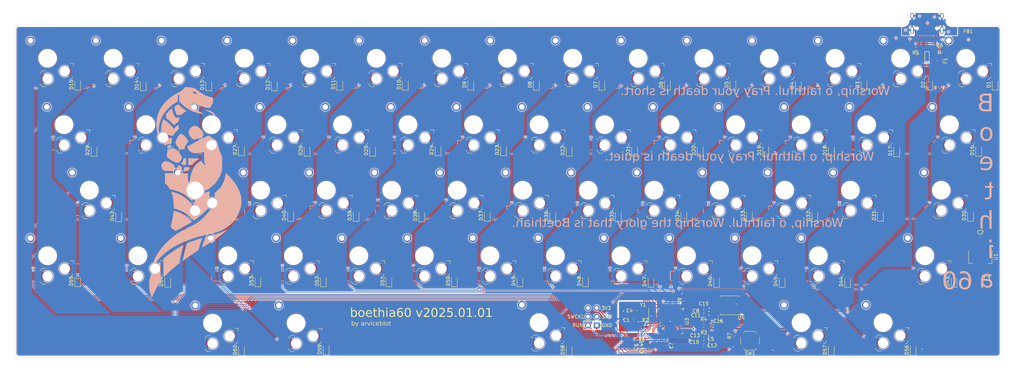
<source format=kicad_pcb>
(kicad_pcb (version 20240108) (generator "pcbnew") (generator_version "8.0")
  (layers (0 "F.Cu" signal) (31 "B.Cu" signal) (34 "B.Paste" user) (35 "F.Paste" user) (36 "B.SilkS" user "B.Silkscreen") (37 "F.SilkS" user "F.Silkscreen") (38 "B.Mask" user) (39 "F.Mask" user) (44 "Edge.Cuts" user))
  (net 0 "")
  (net 1 "+3V3")
  (net 2 "GND")
  (net 3 "+1V1")
  (net 4 "/XIN")
  (net 5 "Net-(D1-A)")
  (net 6 "row0")
  (net 7 "Net-(D2-A)")
  (net 8 "Net-(D3-A)")
  (net 9 "Net-(D4-A)")
  (net 10 "Net-(D5-A)")
  (net 11 "Net-(D6-A)")
  (net 12 "Net-(D7-A)")
  (net 13 "Net-(D8-A)")
  (net 14 "Net-(D9-A)")
  (net 15 "Net-(D10-A)")
  (net 16 "Net-(D11-A)")
  (net 17 "Net-(D12-A)")
  (net 18 "Net-(D13-A)")
  (net 19 "Net-(D14-A)")
  (net 20 "Net-(D15-A)")
  (net 21 "row1")
  (net 22 "Net-(D16-A)")
  (net 23 "Net-(D17-A)")
  (net 24 "Net-(D18-A)")
  (net 25 "Net-(D19-A)")
  (net 26 "Net-(D20-A)")
  (net 27 "Net-(D21-A)")
  (net 28 "Net-(D22-A)")
  (net 29 "Net-(D23-A)")
  (net 30 "Net-(D24-A)")
  (net 31 "Net-(D25-A)")
  (net 32 "Net-(D26-A)")
  (net 33 "Net-(D27-A)")
  (net 34 "Net-(D28-A)")
  (net 35 "Net-(D29-A)")
  (net 36 "Net-(D30-A)")
  (net 37 "row2")
  (net 38 "Net-(D31-A)")
  (net 39 "Net-(D32-A)")
  (net 40 "Net-(D33-A)")
  (net 41 "Net-(D34-A)")
  (net 42 "Net-(D35-A)")
  (net 43 "Net-(D36-A)")
  (net 44 "Net-(D37-A)")
  (net 45 "Net-(D38-A)")
  (net 46 "Net-(D39-A)")
  (net 47 "Net-(D40-A)")
  (net 48 "Net-(D41-A)")
  (net 49 "Net-(D42-A)")
  (net 50 "Net-(D43-A)")
  (net 51 "row3")
  (net 52 "Net-(D44-A)")
  (net 53 "Net-(D45-A)")
  (net 54 "Net-(D46-A)")
  (net 55 "Net-(D47-A)")
  (net 56 "Net-(D48-A)")
  (net 57 "Net-(D49-A)")
  (net 58 "Net-(D50-A)")
  (net 59 "Net-(D51-A)")
  (net 60 "Net-(D52-A)")
  (net 61 "Net-(D53-A)")
  (net 62 "Net-(D54-A)")
  (net 63 "Net-(D55-A)")
  (net 64 "row4")
  (net 65 "Net-(D56-A)")
  (net 66 "Net-(D57-A)")
  (net 67 "Net-(D58-A)")
  (net 68 "Net-(D59-A)")
  (net 69 "Net-(D60-A)")
  (net 70 "+5V")
  (net 71 "Net-(USB1-CC2)")
  (net 72 "Net-(USB1-CC1)")
  (net 73 "DN")
  (net 74 "/D-")
  (net 75 "DP")
  (net 76 "/D+")
  (net 77 "/XOUT")
  (net 78 "/RUN")
  (net 79 "/CS")
  (net 80 "col0")
  (net 81 "col1")
  (net 82 "col2")
  (net 83 "col3")
  (net 84 "col4")
  (net 85 "col5")
  (net 86 "col6")
  (net 87 "col7")
  (net 88 "col8")
  (net 89 "col9")
  (net 90 "col10")
  (net 91 "col11")
  (net 92 "col12")
  (net 93 "col13")
  (net 94 "col14")
  (net 95 "GPIO23")
  (net 96 "Net-(C4-Pad2)")
  (net 97 "GPIO27")
  (net 98 "GPIO24")
  (net 99 "/SD3")
  (net 100 "/SD0")
  (net 101 "GPIO1")
  (net 102 "GPIO26")
  (net 103 "/SCLK")
  (net 104 "/SD2")
  (net 105 "/SWD")
  (net 106 "GPIO0")
  (net 107 "GPIO28")
  (net 108 "/SWCLK")
  (net 109 "GPIO29")
  (net 110 "/SD1")
  (net 113 "Net-(R7-Pad1)")
  (net 114 "GPIO25")
  (net 115 "GPIO22")
  (net 116 "Earth")
  (net 117 "VBUS")
  (footprint "Diode_SMD:D_SOD-323" (layer "F.Cu") (at 210.34375 69.70625 90)
    (property "Reference" "D33")
    (property "Value" "D")
  )
  (footprint "PCM_marbastlib-xp-choc:SW_choc_v2_HS_CPG135001S30_1u" (layer "F.Cu") (at 239.7125 62.3)
    (property "Reference" "SW32" (hide yes))
    (property "Value" "A")
  )
  (footprint "PCM_marbastlib-xp-choc:SW_choc_v2_HS_CPG135001S30_1u" (layer "F.Cu") (at 77.7875 81.35)
    (property "Reference" "SW53" (hide yes))
    (property "Value" "Dot")
  )
  (footprint "Diode_SMD:D_SOD-323" (layer "F.Cu") (at 129.38125 31.60625 90)
    (property "Reference" "D9")
    (property "Value" "D")
  )
  (footprint "Diode_SMD:D_SOD-323" (layer "F.Cu") (at 219.86875 88.9 90)
    (property "Reference" "D45")
    (property "Value" "D")
  )
  (footprint "Diode_SMD:D_SOD-323" (layer "F.Cu") (at 224.63125 31.75 90)
    (property "Reference" "D4")
    (property "Value" "D")
  )
  (footprint "PCM_marbastlib-xp-choc:SW_choc_v2_HS_CPG135001S30_1u" (layer "F.Cu") (at 235.265 23.95125)
    (property "Reference" "SW4" (hide yes))
    (property "Value" "#2")
  )
  (footprint "PCM_marbastlib-xp-choc:SW_choc_v2_HS_CPG135001S30_1u" (layer "F.Cu") (at 192.0875 81.35)
    (property "Reference" "SW47" (hide yes))
    (property "Value" "C")
  )
  (footprint "PCM_marbastlib-xp-choc:SW_choc_v2_HS_CPG135001S30_1u" (layer "F.Cu") (at 197.165 23.95125)
    (property "Reference" "SW6" (hide yes))
    (property "Value" "#4")
  )
  (footprint "PCM_marbastlib-xp-choc:SW_choc_v2_HS_CPG135001S30_1u" (layer "F.Cu") (at 230.425 81.35)
    (property "Reference" "SW45" (hide yes))
    (property "Value" "Z")
  )
  (footprint "Diode_SMD:D_SOD-323" (layer "F.Cu") (at 200.81875 88.9 90)
    (property "Reference" "D46")
    (property "Value" "D")
  )
  (footprint "Diode_SMD:D_SOD-323" (layer "F.Cu") (at 105.56875 88.75625 90)
    (property "Reference" "D51")
    (property "Value" "D")
  )
  (footprint "Capacitor_SMD:C_0402_1005Metric" (layer "F.Cu") (at 197.104 106.5)
    (property "Reference" "C10")
    (property "Value" "100n")
  )
  (footprint "Diode_SMD:D_SOD-323" (layer "F.Cu") (at 110.33125 31.60625 90)
    (property "Reference" "D10")
    (property "Value" "D")
  )
  (footprint "PCM_marbastlib-xp-choc:SW_choc_v2_HS_CPG135001S30_1u" (layer "F.Cu") (at 163.5125 62.3125)
    (property "Reference" "SW36" (hide yes))
    (property "Value" "G")
  )
  (footprint "Package_DFN_QFN:QFN-56-1EP_7x7mm_P0.4mm_EP3.2x3.2mm" (layer "F.Cu") (at 187.363 100.4188 -90)
    (property "Reference" "U3")
    (property "Value" "RP2040")
  )
  (footprint "PCM_marbastlib-xp-choc:SW_choc_v2_HS_CPG135001S30_1u" (layer "F.Cu") (at 120.965 23.95125)
    (property "Reference" "SW10" (hide yes))
    (property "Value" "#8")
  )
  (footprint "PCM_marbastlib-xp-choc:SW_choc_v2_HS_CPG135001S30_1.5u" (layer "F.Cu") (at 225.425 100.80625)
    (property "Reference" "SW58" (hide yes))
    (property "Value" "Alt")
  )
  (footprint "PCM_marbastlib-xp-choc:SW_choc_v2_HS_CPG135001S30_1u" (layer "F.Cu") (at 178.0375 23.95125)
    (property "Reference" "SW7" (hide yes))
    (property "Value" "#5")
  )
  (footprint "PCM_marbastlib-xp-choc:SW_choc_v2_HS_CPG135001S30_1.75u" (layer "F.Cu") (at 266.14375 62.3)
    (property "Reference" "SW31" (hide yes))
    (property "Value" "Ctrl")
  )
  (footprint "PCM_marbastlib-xp-choc:SW_choc_v2_HS_CPG135001S30_1u" (layer "F.Cu") (at 140.015 23.95125)
    (property "Reference" "SW9" (hide yes))
    (property "Value" "#7")
  )
  (footprint "Type-C:HRO-TYPE-C-31-M-12-HandSoldering" (layer "F.Cu") (at 262.001 9.004 180)
    (property "Reference" "USB1" (hide yes))
    (property "Value" "HRO-TYPE-C-31-M-12")
  )
  (footprint "Diode_SMD:D_SOD-323" (layer "F.Cu") (at 143.66875 88.75625 90)
    (property "Reference" "D49")
    (property "Value" "D")
  )
  (footprint "Capacitor_SMD:C_0402_1005Metric" (layer "F.Cu") (at 201.323 99.187)
    (property "Reference" "C16")
    (property "Value" "100n")
  )
  (footprint "Package_TO_SOT_SMD:SOT-223-3_TabPin2" (layer "F.Cu") (at 277.495 81.661 -90)
    (property "Reference" "U1")
    (property "Value" "NCP1117-3.3_SOT223")
  )
  (footprint "Capacitor_SMD:C_0402_1005Metric" (layer "F.Cu") (at 186.5 107.48 -90)
    (property "Reference" "C7")
    (property "Value" "100n")
  )
  (footprint "PCM_marbastlib-xp-choc:SW_choc_v2_HS_CPG135001S30_1u" (layer "F.Cu") (at 25.4 23.95125)
    (property "Reference" "SW15" (hide yes))
    (property "Value" "Backslash")
  )
  (footprint "Capacitor_SMD:C_0402_1005Metric" (layer "F.Cu") (at 197 107.5)
    (property "Reference" "C12")
    (property "Value" "100n")
  )
  (footprint "Diode_SMD:D_SOD-323" (layer "F.Cu") (at 62.70625 108.74375 90)
    (property "Reference" "D60")
    (property "Value" "D")
  )
  (footprint "Capacitor_SMD:C_0402_1005Metric" (layer "F.Cu") (at 177.292 97.31 -90)
    (property "Reference" "C4")
    (property "Value" "22p")
  )
  (footprint "PCM_marbastlib-xp-choc:SW_choc_v2_HS_CPG135001S30_1u" (layer "F.Cu") (at 44.45 23.95125)
    (property "Reference" "SW14" (hide yes))
    (property "Value" "Equals")
  )
  (footprint "Diode_SMD:D_SOD-323" (layer "F.Cu") (at 41.275 88.9 90)
    (property "Reference" "D54")
    (property "Value" "D")
  )
  (footprint "Capacitor_SMD:C_0402_1005Metric" (layer "F.Cu") (at 197.104 97.536)
    (property "Reference" "C8")
    (property "Value" "100n")
  )
  (footprint "Diode_SMD:D_SOD-323" (layer "F.Cu") (at 205.58125 31.60625 90)
    (property "Reference" "D5")
    (property "Value" "D")
  )
  (footprint "PCM_marbastlib-xp-choc:SW_choc_v2_HS_CPG135001S30_1u" (layer "F.Cu") (at 130.175 43.25)
    (property "Reference" "SW24" (hide yes))
    (property "Value" "U")
  )
  (footprint "Capacitor_SMD:C_0402_1005Metric" (layer "F.Cu") (at 178.054 105.918 -90)
    (property "Reference" "C6")
    (property "Value" "100n")
  )
  (footprint "PCM_marbastlib-xp-choc:SW_choc_v2_HS_CPG135001S30_1u" (layer "F.Cu") (at 134.9375 81.35)
    (property "Reference" "SW50" (hide yes))
    (property "Value" "N")
  )
  (footprint "Diode_SMD:D_SOD-323" (layer "F.Cu") (at 186.53125 31.60625 90)
    (property "Reference" "D6")
    (property "Value" "D")
  )
  (footprint "PCM_marbastlib-xp-choc:SW_choc_v2_HS_CPG135001S30_1.5u" (layer "F.Cu") (at 268.525 43.25)
    (property "Reference" "SW17" (hide yes))
    (property "Value" "Tab")
  )
  (footprint "PCM_marbastlib-xp-choc:SW_choc_v2_HS_CPG135001S30_1u" (layer "F.Cu") (at 261.38125 81.35)
    (property "Reference" "SW44" (hide yes))
    (property "Value" "Shift")
  )
  (footprint "Capacitor_SMD:C_0402_1005Metric" (layer "F.Cu") (at 197.17 104.5)
    (property "Reference" "C13")
    (property "Value" "1u")
  )
  (footprint "PCM_marbastlib-xp-choc:SW_choc_v2_HS_CPG135001S30_1u" (layer "F.Cu") (at 216.1375 23.95125)
    (property "Reference" "SW5" (hide yes))
    (property "Value" "#3")
  )
  (footprint "Diode_SMD:D_SOD-323" (layer "F.Cu") (at 67.46875 88.75625 90)
    (property "Reference" "D53")
    (property "Value" "D")
  )
  (footprint "Diode_SMD:D_SOD-323" (layer "F.Cu") (at 62.70625 50.65625 90)
    (property "Reference" "D27")
    (property "Value" "D")
  )
  (footprint "PCM_marbastlib-xp-choc:SW_choc_v2_HS_CPG135001S30_1u" (layer "F.Cu") (at 187.325 43.25)
    (property "Reference" "SW21" (hide yes))
    (property "Value" "R")
  )
  (footprint "PCM_marbastlib-xp-choc:SW_choc_v2_HS_CPG135001S30_1u" (layer "F.Cu") (at 206.375 43.25)
    (property "Reference" "SW20" (hide yes))
    (property "Value" "E")
  )
  (footprint "Diode_SMD:D_SOD-323" (layer "F.Cu") (at 43.65625 50.65625 90)
    (property "Reference" "D28")
    (property "Value" "D")
  )
  (footprint "Resistor_SMD:R_0402_1005Metric" (layer "F.Cu") (at 197.104 102.5 180)
    (property "Reference" "R3")
    (property "Value" "27.4")
  )
  (footprint "Diode_SMD:D_SOD-323" (layer "F.Cu") (at 229.39375 69.85 90)
    (property "Reference" "D32")
    (property "Value" "D")
  )
  (footprint "PCM_marbastlib-xp-choc:SW_choc_v2_HS_CPG135001S30_1u" (layer "F.Cu") (at 18.49375 62.3)
    (property "Reference" "SW43" (hide yes))
    (property "Value" "Enter")
  )
  (footprint "PCM_marbastlib-xp-choc:SW_choc_v2_HS_CPG135001S30_1u" (layer "F.Cu") (at 201.6825 62.3125)
    (property "Reference" "SW34" (hide yes))
    (property "Value" "D")
  )
  (footprint "Diode_SMD:D_SOD-323" (layer "F.Cu") (at 281.78125 31.60625 90)
    (property "Reference" "D1")
    (property "Value" "D")
  )
  (footprint "Capacitor_SMD:C_0402_1005Metric" (layer "F.Cu") (at 277.495 75.692)
    (property "Reference" "C2")
    (property "Value" "1u")
  )
  (footprint "Diode_SMD:D_SOD-323" (layer "F.Cu") (at 86.51875 88.75625 90)
    (property "Reference" "D52")
    (property "Value" "D")
  )
  (footprint "PCM_marbastlib-xp-choc:SW_choc_v2_HS_CPG135001S30_1u" (layer "F.Cu") (at 6.35 23.95125)
    (property "Reference" "SW16" (hide yes))
    (property "Value" "Grave")
  )
  (footprint "PCM_marbastlib-xp-choc:SW_choc_v2_HS_CPG135001S30_1u" (layer "F.Cu") (at 273.2875 23.95125)
    (property "Reference" "SW2" (hide yes))
    (property "Value" "Esc")
  )
  (footprint "PCM_marbastlib-xp-choc:SW_choc_v2_HS_CPG135001S30_1u" (layer "F.Cu") (at 87.3825 62.3125)
    (property "Reference" "SW40" (hide yes))
    (property "Value" "L")
  )
  (footprint "PCM_marbastlib-xp-choc:SW_choc_v2_HS_CPG135001S30_1.5u" (layer "F.Cu") (at 78.58125 100.945)
    (property "Reference" "SW60" (hide yes))
    (property "Value" "Alt")
  )
  (footprint "Diode_SMD:D_SOD-323" (layer "F.Cu") (at 257.96875 108.74375 90)
    (property "Reference" "D56")
    (property "Value" "D")
  )
  (footprint "Diode_SMD:D_SOD-323" (layer "F.Cu") (at 19.84375 50.8 90)
    (property "Reference" "D29")
    (property "Value" "D")
  )
  (footprint "PCM_marbastlib-xp-choc:SW_choc_v2_HS_CPG135001S30_1u" (layer "F.Cu") (at 254.315 23.95125)
    (property "Reference" "SW3" (hide yes))
    (property "Value" "#1")
  )
  (footprint "Diode_SMD:D_SOD-323" (layer "F.Cu") (at 26.9875 69.85 90)
    (property "Reference" "D42")
    (property "Value" "D")
  )
  (footprint "PCM_marbastlib-xp-choc:SW_choc_v2_HS_CPG135001S30_1u" (layer "F.Cu") (at 53.975 43.25)
    (property "Reference" "SW28" (hide yes))
    (property "Value" "[{")
  )
  (footprint "Diode_SMD:D_SOD-323" (layer "F.Cu") (at 153.19375 69.85 90)
    (property "Reference" "D36")
    (property "Value" "D")
  )
  (footprint "Diode_SMD:D_SOD-323" (layer "F.Cu") (at 115.09375 69.85 90)
    (property "Reference" "D38")
    (property "Value" "D")
  )
  (footprint "Fuse:Fuse_0805_2012Metric" (layer "F.Cu") (at 265.684 24.641 -90)
    (property "Reference" "F1")
    (property "Value" "500m")
  )
  (footprint "Diode_SMD:D_SOD-323" (layer "F.Cu") (at 15.08125 31.60625 90)
    (property "Reference" "D15")
    (property "Value" "D")
  )
  (footprint "PCM_marbastlib-xp-choc:SW_choc_v2_HS_CPG135001S30_1u" (layer "F.Cu") (at 106.3625 62.3125)
    (property "Reference" "SW39" (hide yes))
    (property "Value" "K")
  )
  (footprint "Capacitor_SMD:C_0402_1005Metric" (layer "F.Cu") (at 176.812 100.076)
    (property "Reference" "C1")
    (property "Value" "22p")
  )
  (footprint "PCM_marbastlib-xp-choc:SW_choc_v2_HS_CPG135001S30_1u" (layer "F.Cu") (at 111.125 43.25)
    (property "Reference" "SW25" (hide yes))
    (property "Value" "I")
  )
  (footprint "Capacitor_SMD:C_0402_1005Metric" (layer "F.Cu") (at 197.104 96.52)
    (property "Reference" "C15")
    (property "Value" "100n")
  )
  (footprint "Diode_SMD:D_SOD-323" (layer "F.Cu") (at 196.05625 50.8 90)
    (property "Reference" "D20")
    (property "Value" "D")
  )
  (footprint "PCM_marbastlib-xp-choc:SW_choc_v2_HS_CPG135001S30_1u" (layer "F.Cu") (at 168.275 43.25)
    (property "Reference" "SW22" (hide yes))
    (property "Value" "T")
  )
  (footprint "Button_Switch_SMD:SW_SPST_SKQG_WithStem" (layer "F.Cu") (at 210.566 106.045 180)
    (property "Reference" "SW1")
    (property "Value" "SW_Push")
  )
  (footprint "Diode_SMD:D_SOD-323" (layer "F.Cu") (at 87.3125 108.6 90)
    (property "Reference" "D59")
    (property "Value" "D")
  )
  (footprint "PCM_marbastlib-xp-choc:SW_choc_v2_HS_CPG135001S30_1.75u" (layer "F.Cu") (at 32.61375 81.3625)
    (property "Reference" "SW55" (hide yes))
    (property "Value" "Shift")
  )
  (footprint "PCM_marbastlib-xp-choc:SW_choc_v2_HS_CPG135001S30_1u" (layer "F.Cu") (at 58.7375 81.35)
    (property "Reference" "SW54" (hide yes))
    (property "Value" "Slash")
  )
  (footprint "Capacitor_SMD:C_0402_1005Metric" (layer "F.Cu") (at 191.262 94.488 90)
    (property "Reference" "C9")
    (property "Value" "100n")
  )
  (footprint "PCM_marbastlib-xp-choc:SW_choc_v2_HS_CPG135001S30_1u" (layer "F.Cu") (at 34.925 43.25)
    (property "Reference" "SW29" (hide yes))
    (property "Value" "]}")
  )
  (footprint "Diode_SMD:D_SOD-323" (layer "F.Cu") (at 91.28125 31.60625 90)
    (property "Reference" "D11")
    (property "Value" "D")
  )
  (footprint "PCM_marbastlib-xp-choc:SW_choc_v2_HS_CPG135001S30_1u" (layer "F.Cu") (at 211.1375 81.35)
    (property "Reference" "SW46" (hide yes))
    (property "Value" "X")
  )
  (footprint "Diode_SMD:D_SOD-323" (layer "F.Cu") (at 119.85625 50.65625 90)
    (property "Reference" "D24")
    (property "Value" "D")
  )
  (footprint "PCM_marbastlib-xp-choc:SW_choc_v2_HS_CPG135001S30_1u" (layer "F.Cu") (at 149.225 43.25)
    (property "Reference" "SW23" (hide yes))
    (property "Value" "Y")
  )
  (footprint "Diode_SMD:D_SOD-323" (layer "F.Cu") (at 215.10625 50.8 90)
    (property "Reference" "D19")
    (property "Value" "D")
  )
  (footprint "PCM_marbastlib-xp-choc:SW_choc_v2_HS_CPG135001S30_1u" (layer "F.Cu") (at 182.636 62.29)
    (property "Reference" "SW35" (hide yes))
    (property "Value" "F")
  )
  (footprint "PCM_marbastlib-xp-choc:SW_choc_v2_HS_CPG135001S30_1u" (layer "F.Cu") (at 144.4625 62.3125)
    (property "Reference" "SW37" (hide yes))
    (property "Value" "H")
  )
  (footprint "Diode_SMD:D_SOD-323" (layer "F.Cu") (at 243.68125 31.60625 90)
    (property "Reference" "D3")
    (property "Value" "D")
  )
  (footprint "Capacitor_SMD:C_0402_1005Metric" (layer "F.Cu") (at 279.499 86.614)
    (property "Reference" "C3")
    (property "Value" "1u")
  )
  (footprint "Diode_SMD:D_SOD-323" (layer "F.Cu") (at 162.71875 88.75625 90)
    (property "Reference" "D48")
    (property "Value" "D")
  )
  (footprint "random-keyboard-parts:SOT143B" (layer "F.Cu") (at 262.001 23.495)
    (property "Reference" "U2" (hide yes))
    (property "Value" "PRTR5V0U2X")
  )
  (footprint "Diode_SMD:D_SOD-323" (layer "F.Cu") (at 167.48125 31.60625 90)
    (property "Reference" "D7")
    (property "Value" "D")
  )
  (footprint "Capacitor_SMD:C_0402_1005Metric" (layer "F.Cu") (at 197.104 105.5)
    (property "Reference" "C5")
    (property "Value" "1u")
  )
  (footprint "PCM_marbastlib-xp-choc:SW_choc_v2_HS_CPG135001S30_1u" (layer "F.Cu") (at 82.55 23.95125)
    (property "Reference" "SW12" (hide yes))
    (property "Value" "#0")
  )
  (footprint "Resistor_SMD:R_0402_1005Metric" (layer "F.Cu") (at 197.104 101)
    (property "Reference" "R4")
    (property "Value" "27.4")
  )
  (footprint "PCM_marbastlib-xp-choc:SW_choc_v2_HS_CPG135001S30_1u" (layer "F.Cu") (at 92.075 43.25)
    (property "Reference" "SW26" (hide yes))
    (property "Value" "O")
  )
  (footprint "Crystal:Crystal_SMD_3225-4Pin_3.2x2.5mm" (layer "F.Cu") (at 179.451 98.5012 90)
    (property "Reference" "Y1")
    (property "Value" "Crystal_GND24_Small")
  )
  (footprint "PCM_marbastlib-xp-choc:SW_choc_v2_HS_CPG135001S30_1u" (layer "F.Cu") (at 54.29 100.945)
    (property "Reference" "SW61" (hide yes))
    (property "Value" "Ctrl")
  )
  (footprint "Diode_SMD:D_SOD-323" (layer "F.Cu") (at 191.29375 69.85 90)
    (property "Reference" "D34")
    (property "Value" "D")
  )
  (footprint "PCM_marbastlib-xp-choc:SW_choc_v2_HS_CPG135001S30_1u" (layer "F.Cu") (at 96.8375 81.35)
    (property "Reference" "SW52" (hide yes))
    (property "Value" "Comma")
  )
  (footprint "Diode_SMD:D_SOD-323" (layer "F.Cu") (at 248.44375 69.70625 90)
    (property "Reference" "D31")
    (property "Value" "D")
  )
  (footprint "PCM_marbastlib-xp-choc:SW_choc_v2_HS_CPG135001S30_1u" (layer "F.Cu") (at 68.2625 62.3125)
    (property "Reference" "SW41" (hide yes))
    (property "Value" "Semi")
  )
  (footprint "Resistor_SMD:R_0402_1005Metric" (layer "F.Cu") (at 205.74 104.65 90)
    (property "Reference" "R7")
    (property "Value" "1k")
  )
  (footprint "PCM_marbastlib-xp-choc:SW_choc_v2_HS_CPG135001S30_1u" (layer "F.Cu") (at 73.025 43.25)
    (property "Reference" "SW27" (hide yes))
    (property "Value" "P")
  )
  (footprint "PCM_marbastlib-xp-choc:SW_choc_v2_HS_CPG135001S30_1u" (layer "F.Cu") (at 6.35 81.3625)
    (property "Reference" "SW56" (hide yes))
    (property "Value" "Fn")
  )
  (footprint "Diode_SMD:D_SOD-323" (layer "F.Cu") (at 53.18125 31.75 90)
    (property "Reference" "D13")
    (property "Value" "D")
  )
  (footprint "Diode_SMD:D_SOD-323" (layer "F.Cu") (at 181.76875 88.9 90)
    (property "Reference" "D47")
    (property "Value" "D")
  )
  (footprint "Resistor_SMD:R_0402_1005Metric" (layer "F.Cu") (at 180.088 101.219)
    (property "Reference" "R2")
    (property "Value" "1k")
  )
  (footprint "PCM_marbastlib-xp-choc:SW_choc_v2_HS_CPG135001S30_1u" (layer "F.Cu") (at 149.225 100.80625)
    (property "Reference" "SW59" (hide yes))
    (property "Value" "Space")
  )
  (footprint "Diode_SMD:D_SOD-323" (layer "F.Cu") (at 15.08125 88.75625 90)
    (property "Reference" "D55")
    (property "Value" "D")
  )
  (footprint "Diode_SMD:D_SOD-323" (layer "F.Cu") (at 234.15625 108.74375 90)
    (property "Reference" "D57")
    (property "Value" "D")
  )
  (footprint "PCM_marbastlib-xp-choc:SW_choc_v2_HS_CPG135001S30_1u" (layer "F.Cu") (at 101.915 23.95125)
    (property "Reference" "SW11" (hide yes))
    (property "Value" "#9")
  )
  (footprint "Diode_SMD:D_SOD-323" (layer "F.Cu") (at 172.24375 69.85 90)
    (property "Reference" "D35")
    (property "Value" "D")
  )
  (footprint "Capacitor_SMD:C_0402_1005Metric" (layer "F.Cu") (at 179.07 105.89 -90)
    (property "Reference" "C14")
    (property "Value" "100n")
  )
  (footprint "Diode_SMD:D_SOD-323" (layer "F.Cu") (at 72.23125 31.75 90)
    (property "Reference" "D12")
    (property "Value" "D")
  )
  (footprint "PCM_marbastlib-xp-choc:SW_choc_v2_HS_CPG135001S30_1u" (layer "F.Cu") (at 249.2375 100.80625)
    (property "Reference" "SW57" (hide yes))
    (property "Value" "Win")
  )
  (footprint "Diode_SMD:D_SOD-323" (layer "F.Cu") (at 81.75625 50.8 90)
    (property "Reference" "D26")
    (property "Value" "D")
  )
  (footprint "PCM_marbastlib-xp-choc:SW_choc_v2_HS_CPG135001S30_1u" (layer "F.Cu") (at 49.2125 62.3125)
    (property "Reference" "SW42" (hide yes))
    (property "Value" "Quote")
  )
  (footprint "Diode_SMD:D_SOD-323" (layer "F.Cu") (at 148.43125 31.60625 90)
    (property "Reference" "D8")
    (property "Value" "D")
  )
  (footprint "Diode_SMD:D_SOD-323" (layer "F.Cu") (at 277.01875 50.8 90)
    (property "Reference" "D16")
    (property "Value" "D")
  )
  (footprint "Diode_SMD:D_SOD-323" (layer "F.Cu") (at 269.875 88.9 90)
    (property "Reference" "D43")
    (property "Value" "D")
  )
  (footprint "PCM_marbastlib-xp-choc:SW_choc_v2_HS_CPG135001S30_1u" (layer "F.Cu") (at 63.5 23.95125)
    (property "Reference" "SW13" (hide yes))
    (property "Value" "Minus")
  )
  (footprint "Diode_SMD:D_SOD-323" (layer "F.Cu") (at 238.91875 88.9 90)
    (property "Reference" "D44")
    (property "Value" "D")
  )
  (footprint "Diode_SMD:D_SOD-323" (layer "F.Cu") (at 177.00625 50.8 90)
    (property "Reference" "D21")
    (property "Value" "D")
  )
  (footprint "Diode_SMD:D_SOD-323" (layer "F.Cu") (at 157.95625 50.8 90)
    (property "Reference" "D22")
    (property "Value" "D")
  )
  (footprint "random-keyboard-parts:Reset_Pretty-Mask" (layer "F.Cu") (at 164.719 99.06)
    (property "Reference" "J1")
    (property "Value" "Conn_01x06")
  )
  (footprint "Diode_SMD:D_SOD-323" (layer "F.Cu") (at 234.15625 50.8 90)
    (property "Reference" "D18")
    (property "Value" "D")
  )
  (footprint "Diode_SMD:D_SOD-323" (layer "F.Cu") (at 262.73125 31.60625 90)
    (property "Reference" "D2")
    (property "Value" "D")
  )
  (footprint "Resistor_SMD:R_0402_1005Metric" (layer "F.Cu") (at 180.086 105.918 90)
    (property "Reference" "R1")
    (property "Value" "1k")
  )
  (footprint "Resistor_SMD:R_0402_1005Metric" (layer "F.Cu") (at 265.7075 21.336)
    (property "Reference" "R6")
    (property "Value" "5.1k")
  )
  (footprint "PCM_marbastlib-xp-choc:SW_choc_v2_HS_CPG135001S30_1.5u" (layer "F.Cu") (at 11.1125 43.25)
    (property "Reference" "SW30" (hide yes))
    (property "Value" "Bksp")
  )
  (footprint "Resistor_SMD:R_0402_1005Metric" (layer "F.Cu") (at 258.699 21.209 180)
    (property "Reference" "R5")
    (property "Value" "5.1k")
  )
  (footprint "PCM_marbastlib-xp-choc:SW_choc_v2_HS_CPG135001S30_1u" (layer "F.Cu") (at 158.9875 23.95125)
    (property "Reference" "SW8" (hide yes))
    (property "Value" "#6")
  )
  (footprint "PCM_marbastlib-xp-choc:SW_choc_v2_HS_CPG135001S30_1u" (layer "F.Cu") (at 115.8875 81.35)
    (property "Reference" "SW51" (hide yes))
    (property "Value" "M")
  )
  (footprint "Diode_SMD:D_SOD-323" (layer "F.Cu") (at 124.61875 88.75625 90)
    (property "Reference" "D50")
    (property "Value" "D")
  )
  (footprint "PCM_marbastlib-xp-choc:SW_choc_v2_HS_CPG135001S30_1u" (layer "F.Cu") (at 225.425 43.25)
    (property "Reference" "SW19" (hide yes))
    (property "Value" "W")
  )
  (footprint "Diode_SMD:D_SOD-323" (layer "F.Cu") (at 274.6375 69.70625 90)
    (property "Reference" "D30")
    (property "Value" "D")
  )
  (footprint "PCM_marbastlib-xp-choc:SW_choc_v2_HS_CPG135001S30_1u" (layer "F.Cu") (at 125.4125 62.3125)
    (property "Reference" "SW38" (hide yes))
    (property "Value" "J")
  )
  (footprint "Diode_SMD:D_SOD-323" (layer "F.Cu") (at 134.14375 69.70625 90)
    (property "Reference" "D37")
    (property "Value" "D")
  )
  (footprint "Diode_SMD:D_SOD-323" (layer "F.Cu") (at 253.20625 50.94375 90)
    (property "Reference" "D17")
    (property "Value" "D")
  )
  (footprint "Diode_SMD:D_SOD-323" (layer "F.Cu") (at 96.04375 69.70625 90)
    (property "Reference" "D39")
    (property "Value" "D")
  )
  (footprint "Diode_SMD:D_SOD-323" (layer "F.Cu") (at 100.80625 50.8 90)
    (property "Reference" "D25")
    (property "Value" "D")
  )
  (footprint "Diode_SMD:D_SOD-323" (layer "F.Cu") (at 138.90625 50.65625 90)
    (property "Reference" "D23")
    (property "Value" "D")
  )
  (footprint "Diode_SMD:D_SOD-323" (layer "F.Cu") (at 157.95625 108.74375 90)
    (property "Reference" "D58")
    (property "Value" "D")
  )
  (footprint "Inductor_SMD:L_0603_1608Metric" (layer "F.Cu") (at 270.9375 16.129)
    (property "Reference" "FB1")
    (property "Value" "60@100MHz")
  )
  (footprint "PCM_marbastlib-xp-choc:SW_choc_v2_HS_CPG135001S30_1u" (layer "F.Cu") (at 153.9875 81.35)
    (property "Reference" "SW49" (hide yes))
    (property "Value" "B")
  )
  (footprint "Diode_SMD:D_SOD-323" (layer "F.Cu") (at 34.13125 31.75 90)
    (property "Reference" "D14")
    (property "Value" "D")
  )
  (footprint "PCM_marbastlib-xp-choc:SW_choc_v2_HS_CPG135001S30_1u" (layer "F.Cu") (at 173.0375 81.35)
    (property "Reference" "SW48" (hide yes))
    (property "Value" "V")
  )
  (footprint "PCM_marbastlib-xp-choc:SW_choc_v2_HS_CPG135001S30_1u" (layer "F.Cu") (at 220.6625 62.3)
    (property "Reference" "SW33" (hide yes))
    (property "Value" "S")
  )
  (footprint "Package_SO:SOIC-8_5.23x5.23mm_P1.27mm" (layer "F.Cu") (at 204.641 95.758 180)
    (property "Reference" "U4")
    (property "Value" "W25Q128JVS")
  )
  (footprint "PCM_marbastlib-xp-choc:SW_choc_v2_HS_CPG135001S30_1u" (layer "F.Cu") (at 244.475 43.25)
    (property "Reference" "SW18" (hide yes))
    (property "Value" "Q")
  )
  (footprint "Diode_SMD:D_SOD-323" (layer "F.Cu") (at 57.94375 69.85 90)
    (property "Reference" "D41")
    (property "Value" "D")
  )
  (footprint "Diode_SMD:D_SOD-323" (layer "F.Cu") (at 76.99375 69.70625 90)
    (property "Reference" "D40")
    (property "Value" "D")
  )
  (footprint "Capacitor_SMD:C_0402_1005Metric" (layer "F.Cu") (at 197.104 98.552)
    (property "Reference" "C11")
    (property "Value" "100n")
  )
  (footprint "local:boethia_logo" (layer "B.Cu") (at 49.276 62.992 180)
    (property "Reference" "G***")
    (property "Value" "LOGO" (hide yes))
  )
  (gr_line (start 283.581974 109.601967) (end 283.581974 15.630026) (stroke (width 0.05)) (layer "Edge.Cuts"))
  (gr_line (start 267.838487 13.076487) (end 267.847513 10.291513) (stroke (width 0.05)) (layer "Edge.Cuts"))
  (gr_arc (start 282.311974 14.360026) (mid 283.21 14.732) (end 283.581974 15.630026) (stroke (width 0.05)) (layer "Edge.Cuts"))
  (gr_line (start 282.311974 14.360026) (end 269.113 14.351) (stroke (width 0.05)) (layer "Edge.Cuts"))
  (gr_arc (start 269.113 14.351) (mid 268.214974 13.979026) (end 267.843 13.081) (stroke (width 0.05)) (layer "Edge.Cuts"))
  (gr_line (start 256.403974 13.071974) (end 256.413 10.287) (stroke (width 0.05)) (layer "Edge.Cuts"))
  (gr_line (start 267.847513 10.291513) (end 256.413 10.287) (stroke (width 0.05)) (layer "Edge.Cuts"))
  (gr_line (start -3.165974 15.630026) (end -3.165974 109.601974) (stroke (width 0.05)) (layer "Edge.Cuts"))
  (gr_line (start 255.133974 14.341974) (end -1.895974 14.360026) (stroke (width 0.05)) (layer "Edge.Cuts"))
  (gr_arc (start -3.165974 15.630026) (mid -2.794 14.732) (end -1.895974 14.360026) (stroke (width 0.05)) (layer "Edge.Cuts"))
  (gr_arc (start 256.403974 13.071974) (mid 256.032 13.97) (end 255.133974 14.341974) (stroke (width 0.05)) (layer "Edge.Cuts"))
  (gr_arc (start -1.895974 110.871974) (mid -2.794 110.5) (end -3.165974 109.601974) (stroke (width 0.05)) (layer "Edge.Cuts"))
  (gr_line (start -1.895974 110.871974) (end 282.311974 110.871967) (stroke (width 0.05)) (layer "Edge.Cuts"))
  (gr_arc (start 283.581974 109.601967) (mid 283.210007 110.5) (end 282.311974 110.871967) (stroke (width 0.05)) (layer "Edge.Cuts"))
  (gr_text "60" (at 275.336 91.948 0) (layer "B.SilkS") (effects (font (size 5.08 5.08) (thickness 0.1)) (justify left bottom mirror)))
  (gr_text "Worship, o faithful. Worship the glory that is Boethiah." (at 237.744 73.406 0) (layer "B.SilkS") (effects (font (size 2.54 2.54) (thickness 0.1)) (justify left bottom mirror)))
  (gr_text "Worship, o faithful. Pray your death is quiet." (at 246.634 54.102 0) (layer "B.SilkS") (effects (font (size 2.54 2.54) (thickness 0.1)) (justify left bottom mirror)))
  (gr_text "B\no\ne\nt\nh\ni\na" (at 281.432 91.44 0) (layer "B.SilkS") (effects (font (size 5.08 5.08) (thickness 0.1)) (justify left bottom mirror)))
  (gr_text "Worship, o faithful. Pray your death is short." (at 251.206 35.052 0) (layer "B.SilkS") (effects (font (size 2.54 2.54) (thickness 0.1)) (justify left bottom mirror)))
  (gr_text "by arviceblot" (at 94.615 101.854 0) (layer "F.SilkS") (effects (font (size 1.27 1.27)) (justify left bottom)))
  (gr_text "boethia60 v2025.01.01" (at 94.234 99.568 0) (layer "F.SilkS") (effects (font (size 2.54 2.54) (thickness 0.1)) (justify left bottom)))
  (via (at 252.984 18.034) (size 0.6) (drill 0.3) (layers "F.Cu" "B.Cu") (net 0))
  (via (at 266.446 18.542) (size 0.6) (drill 0.3) (layers "F.Cu" "B.Cu") (net 0))
  (via (at 257.048 18.288) (size 0.6) (drill 0.3) (layers "F.Cu" "B.Cu") (net 0))
  (via (at 274.066 18.542) (size 0.6) (drill 0.3) (layers "F.Cu" "B.Cu") (net 0))
  (via (at 262.128 13.716) (size 0.6) (drill 0.3) (layers "F.Cu" "B.Cu") (net 0))
  (via (at 264.16 11.938) (size 0.6) (drill 0.3) (layers "F.Cu" "B.Cu") (net 0))
  (via (at 268.224 16.256) (size 0.6) (drill 0.3) (layers "F.Cu" "B.Cu") (net 0))
  (via (at 259.842 11.684) (size 0.6) (drill 0.3) (layers "F.Cu" "B.Cu") (net 0))
  (via (at 255.778 15.748) (size 0.6) (drill 0.3) (layers "F.Cu" "B.Cu") (net 0))
  (segment (start 199.5 107.476515) (end 198.476515 108.5) (width 0.381) (layer "F.Cu") (net 1))
  (segment (start 190.8005 100.6188) (end 190.0842 100.6188) (width 0.2) (layer "F.Cu") (net 1))
  (segment (start 190.8005 102.6188) (end 193.1188 102.6188) (width 0.2) (layer "F.Cu") (net 1))
  (segment (start 227.944872 102.444873) (end 235.081642 102.444873) (width 0.381) (layer "F.Cu") (net 1))
  (segment (start 196.624 98.862) (end 196.624 97.536) (width 0.381) (layer "F.Cu") (net 1))
  (segment (start 181.231493 102.280051) (end 180.860744 102.6508) (width 0.2) (layer "F.Cu") (net 1))
  (segment (start 190.8005 103.0188) (end 192.5188 103.0188) (width 0.2) (layer "F.Cu") (net 1))
  (segment (start 186.363 105.863) (end 186.5 106) (width 0.2) (layer "F.Cu") (net 1))
  (segment (start 199.5 100.5) (end 200.048 100.5) (width 0.381) (layer "F.Cu") (net 1))
  (segment (start 190.0652 101.0188) (end 189.992 101.092) (width 0.2) (layer "F.Cu") (net 1))
  (segment (start 196.624 99.159) (end 194.7642 101.0188) (width 0.2) (layer "F.Cu") (net 1))
  (segment (start 196 107.5) (end 196.52 107.5) (width 0.2) (layer "F.Cu") (net 1))
  (segment (start 189.963 96.9813) (end 189.963 96.267) (width 0.2) (layer "F.Cu") (net 1))
  (segment (start 197 108.5) (end 195.5 108.5) (width 0.381) (layer "F.Cu") (net 1))
  (segment (start 195.5 108.5) (end 193 106) (width 0.381) (layer "F.Cu") (net 1))
  (segment (start 186.363 95.667538) (end 186.363 96.9813) (width 0.2) (layer "F.Cu") (net 1))
  (segment (start 189.963 96.9813) (end 189.963 97.692) (width 0.2) (layer "F.Cu") (net 1))
  (segment (start 222.24675 103.74675) (end 226.642995 103.74675) (width 0.381) (layer "F.Cu") (net 1))
  (segment (start 178.054 103.293906) (end 178.054 105.438) (width 0.2) (layer "F.Cu") (net 1))
  (segment (start 196.963 99.201) (end 196.624 98.861999) (width 0.381) (layer "F.Cu") (net 1))
  (segment (start 180.215 106.299) (end 180.086 106.428) (width 0.381) (layer "F.Cu") (net 1))
  (segment (start 190.6067 104.5) (end 193 104.5) (width 0.2) (layer "F.Cu") (net 1))
  (segment (start 193.6402 100.6188) (end 196.624 97.635) (width 0.2) (layer "F.Cu") (net 1))
  (segment (start 173.641015 103.8305) (end 171.9025 103.8305) (width 0.381) (layer "F.Cu") (net 1))
  (segment (start 272.45625 94.06575) (end 279.019 87.503) (width 0.381) (layer "F.Cu") (net 1))
  (segment (start 200.853 97.851) (end 201.041 97.663) (width 0.381) (layer "F.Cu") (net 1))
  (segment (start 191.234 94.996) (end 191.262 94.968) (width 0.381) (layer "F.Cu") (net 1))
  (segment (start 183.9255 100.6188) (end 184.6232 100.6188) (width 0.2) (layer "F.Cu") (net 1))
  (segment (start 196.963 99.201) (end 196.624 98.862) (width 0.381) (layer "F.Cu") (net 1))
  (segment (start 189.9948 102.6188) (end 189.992 102.616) (width 0.2) (layer "F.Cu") (net 1))
  (segment (start 193.1188 102.6188) (end 196 105.5) (width 0.2) (layer "F.Cu") (net 1))
  (segment (start 221.0255 102.5255) (end 222.24675 103.74675) (width 0.381) (layer "F.Cu") (net 1))
  (segment (start 196.624 97.635) (end 196.624 97.536) (width 0.2) (layer "F.Cu") (net 1))
  (segment (start 199.5 100.5) (end 198.262001 100.5) (width 0.381) (layer "F.Cu") (net 1))
  (segment (start 186.363 103.8563) (end 186.363 105.863) (width 0.2) (layer "F.Cu") (net 1))
  (segment (start 183.9255 100.6188) (end 181.961186 100.6188) (width 0.2) (layer "F.Cu") (net 1))
  (segment (start 198.476515 108.5) (end 197 108.5) (width 0.381) (layer "F.Cu") (net 1))
  (segment (start 190.8005 103.0188) (end 190.1408 103.0188) (width 0.2) (layer "F.Cu") (net 1))
  (segment (start 192.5188 103.0188) (end 196 106.5) (width 0.2) (layer "F.Cu") (net 1))
  (segment (start 189.963 103.222) (end 189.865 103.124) (width 0.2) (layer "F.Cu") (net 1))
  (segment (start 226.642995 103.74675) (end 227.944872 102.444873) (width 0.381) (layer "F.Cu") (net 1))
  (segment (start 181.961186 100.6188) (end 181.231493 101.348493) (width 0.2) (layer "F.Cu") (net 1))
  (segment (start 181.356 106.299) (end 179.7765 107.8785) (width 0.381) (layer "F.Cu") (net 1))
  (segment (start 186.363 103.8563) (end 186.363 103.051) (width 0.2) (layer "F.Cu") (net 1))
  (segment (start 243.460765 94.06575) (end 272.45625 94.06575) (width 0.381) (layer "F.Cu") (net 1))
  (segment (start 185.347731 94.652269) (end 186.363 95.667538) (width 0.2) (layer "F.Cu") (net 1))
  (segment (start 181.231493 101.348493) (end 181.231493 102.280051) (width 0.2) (layer "F.Cu") (net 1))
  (segment (start 196 105.5) (end 196.624 105.5) (width 0.2) (layer "F.Cu") (net 1))
  (segment (start 177.689015 107.8785) (end 173.641015 103.8305) (width 0.381) (layer "F.Cu") (net 1))
  (segment (start 277.495 78.511) (end 277.495 84.811) (width 0.381) (layer "F.Cu") (net 1))
  (segment (start 180.860744 102.6508) (end 178.697106 102.6508) (width 0.2) (layer "F.Cu") (net 1))
  (segment (start 190.246 94.996) (end 191.234 94.996) (width 0.381) (layer "F.Cu") (net 1))
  (segment (start 277.495 84.811) (end 277.495 85.09) (width 0.381) (layer "F.Cu") (net 1))
  (segment (start 194.7642 101.0188) (end 190.8005 101.0188) (width 0.2) (layer "F.Cu") (net 1))
  (segment (start 171.9025 103.8305) (end 169.672 101.6) (width 0.381) (layer "F.Cu") (net 1))
  (segment (start 177.038 105.537) (end 177.0555 105.5195) (width 0.381) (layer "F.Cu") (net 1))
  (segment (start 181.356 106.299) (end 180.215 106.299) (width 0.381) (layer "F.Cu") (net 1))
  (segment (start 235.081642 102.444873) (end 243.460765 94.06575) (width 0.381) (layer "F.Cu") (net 1))
  (segment (start 189.963 96.267) (end 191.262 94.968) (width 0.2) (layer "F.Cu") (net 1))
  (segment (start 198.262001 100.5) (end 196.963 99.201) (width 0.381) (layer "F.Cu") (net 1))
  (segment (start 193 104.5) (end 196 107.5) (width 0.2) (layer "F.Cu") (net 1))
  (segment (start 199.5 103) (end 199.9745 102.5255) (width 0.381) (layer "F.Cu") (net 1))
  (segment (start 279.019 87.503) (end 279.019 86.614) (width 0.381) (layer "F.Cu") (net 1))
  (segment (start 169.672 101.6) (end 169.672 100.203) (width 0.381) (layer "F.Cu") (net 1))
  (segment (start 190.0842 100.6188) (end 189.992 100.711) (width 0.2) (layer "F.Cu") (net 1))
  (segment (start 189.963 103.8563) (end 189.963 103.222) (width 0.2) (layer "F.Cu") (net 1))
  (segment (start 196.624 98.552) (end 196.624 99.159) (width 0.2) (layer "F.Cu") (net 1))
  (segment (start 277.495 85.09) (end 279.019 86.614) (width 0.381) (layer "F.Cu") (net 1))
  (segment (start 177.0555 105.5195) (end 178.054 105.5195) (width 0.381) (layer "F.Cu") (net 1))
  (segment (start 169.672 100.203) (end 165.989 96.52) (width 0.381) (layer "F.Cu") (net 1))
  (segment (start 200.853 99.695) (end 200.853 97.851) (width 0.381) (layer "F.Cu") (net 1))
  (segment (start 199.9745 102.5255) (end 221.0255 102.5255) (width 0.381) (layer "F.Cu") (net 1))
  (segment (start 189.963 103.8563) (end 190.6067 104.5) (width 0.2) (layer "F.Cu") (net 1))
  (segment (start 196 106.5) (end 196.624 106.5) (width 0.2) (layer "F.Cu") (net 1))
  (segment (start 199.5 103) (end 199.5 107.476515) (width 0.381) (layer "F.Cu") (net 1))
  (segment (start 179.7765 107.8785) (end 177.689015 107.8785) (width 0.381) (layer "F.Cu") (net 1))
  (segment (start 200.048 100.5) (end 200.853 99.695) (width 0.381) (layer "F.Cu") (net 1))
  (segment (start 190.8005 100.6188) (end 193.6402 100.6188) (width 0.2) (layer "F.Cu") (net 1))
  (segment (start 190.8005 102.6188) (end 189.9948 102.6188) (width 0.2) (layer "F.Cu") (net 1))
  (segment (start 196.624 98.861999) (end 196.624 98.552) (width 0.381) (layer "F.Cu") (net 1))
  (segment (start 186.363 96.9813) (end 186.363 97.717) (width 0.2) (layer "F.Cu") (net 1))
  (segment (start 186.5 107) (end 186.5 106) (width 0.25) (layer "F.Cu") (net 1))
  (segment (start 178.697106 102.6508) (end 178.054 103.293906) (width 0.2) (layer "F.Cu") (net 1))
  (segment (start 190.1408 103.0188) (end 189.992 102.87) (width 0.2) (layer "F.Cu") (net 1))
  (segment (start 190.8005 101.0188) (end 190.0652 101.0188) (width 0.2) (layer "F.Cu") (net 1))
  (via (at 193 106) (size 0.6) (drill 0.3) (layers "F.Cu" "B.Cu") (net 1))
  (via (at 181.356 106.299) (size 0.6) (drill 0.3) (layers "F.Cu" "B.Cu") (net 1))
  (via (at 177.038 105.537) (size 0.6) (drill 0.3) (layers "F.Cu" "B.Cu") (net 1))
  (via (at 199.5 103) (size 0.6) (drill 0.3) (layers "F.Cu" "B.Cu") (net 1))
  (via (at 186.5 106) (size 0.6) (drill 0.3) (layers "F.Cu" "B.Cu") (net 1))
  (via (at 190.246 94.996) (size 0.6) (drill 0.3) (layers "F.Cu" "B.Cu") (net 1))
  (via (at 185.347731 94.652269) (size 0.6) (drill 0.3) (layers "F.Cu" "B.Cu") (net 1))
  (via (at 199.5 100.5) (size 0.6) (drill 0.3) (layers "F.Cu" "B.Cu") (net 1))
  (segment (start 199.5 103) (end 199.5 100.5) (width 0.381) (layer "B.Cu") (net 1))
  (segment (start 181.655 106) (end 181.356 106.299) (width 0.381) (layer "B.Cu") (net 1))
  (segment (start 183.5 106) (end 181.655 106) (width 0.381) (layer "B.Cu") (net 1))
  (segment (start 193 106) (end 183.5 106) (width 0.381) (layer "B.Cu") (net 1))
  (segment (start 190.246 94.996) (end 185.691462 94.996) (width 0.381) (layer "B.Cu") (net 1))
  (segment (start 177.501 106) (end 177.038 105.537) (width 0.381) (layer "B.Cu") (net 1))
  (segment (start 185.691462 94.996) (end 185.347731 94.652269) (width 0.381) (layer "B.Cu") (net 1))
  (segment (start 181.655 106) (end 177.501 106) (width 0.381) (layer "B.Cu") (net 1))
  (segment (start 277.975 74.638) (end 277.975 75.692) (width 0.381) (layer "F.Cu") (net 2))
  (segment (start 187.5 108) (end 186.54 108) (width 0.381) (layer "F.Cu") (net 2))
  (segment (start 186.54 108) (end 186.5 107.96) (width 0.381) (layer "F.Cu") (net 2))
  (segment (start 197.65 104.5) (end 198.5 104.5) (width 0.381) (layer "F.Cu") (net 2))
  (segment (start 279.795 78.511) (end 279.795 86.43) (width 0.381) (layer "F.Cu") (net 2))
  (segment (start 279.979 86.614) (end 279.979 89.021) (width 0.381) (layer "F.Cu") (net 2))
  (segment (start 174.8942 99.822) (end 175.0974 99.6188) (width 0.381) (layer "F.Cu") (net 2))
  (segment (start 258.189 21.6115) (end 259.3225 22.745) (width 0.381) (layer "F.Cu") (net 2))
  (segment (start 176.2129 96.2681) (end 177.292 96.2681) (width 0.381) (layer "F.Cu") (net 2))
  (segment (start 182.3498 99.4188) (end 181.864 98.933) (width 0.2) (layer "F.Cu") (net 2))
  (segment (start 201.803 100.203) (end 201.803 99.187) (width 0.381) (layer "F.Cu") (net 2))
  (segment (start 258.115758 21.135758) (end 258.189 21.209) (width 0.381) (layer "F.Cu") (net 2))
  (segment (start 180.301 97.8012) (end 180.301 97.4012) (width 0.2) (layer "F.Cu") (net 2))
  (segment (start 179.1335 98.7425) (end 178.601 99.275) (width 0.381) (layer "F.Cu") (net 2))
  (segment (start 280.035 72.578) (end 277.975 74.638) (width 0.381) (layer "F.Cu") (net 2))
  (segment (start 178.601 99.275) (end 178.601 99.6012) (width 0.381) (layer "F.Cu") (net 2))
  (segment (start 173.736 99.822) (end 174.8942 99.822) (width 0.381) (layer "F.Cu") (net 2))
  (segment (start 206.502 95.377) (end 206.502 95.123) (width 0.381) (layer "F.Cu") (net 2))
  (segment (start 183.9255 99.4188) (end 182.3498 99.4188) (width 0.2) (layer "F.Cu") (net 2))
  (segment (start 258.189 21.209) (end 258.189 21.6115) (width 0.381) (layer "F.Cu") (net 2))
  (segment (start 177.292 96.2681) (end 177.292 96.83) (width 0.381) (layer "F.Cu") (net 2))
  (segment (start 197.584 96.52) (end 198.628 96.52) (width 0.381) (layer "F.Cu") (net 2))
  (segment (start 258.115758 18.784242) (end 258.115758 21.135758) (width 0.381) (layer "F.Cu") (net 2))
  (segment (start 279.795 78.511) (end 279.795 77.512) (width 0.381) (layer "F.Cu") (net 2))
  (segment (start 180.301 97.2012) (end 180.301 97.4012) (width 0.2) (layer "F.Cu") (net 2))
  (segment (start 259.3225 22.745) (end 261.001 22.745) (width 0.381) (layer "F.Cu") (net 2))
  (segment (start 258.776 18.124) (end 258.115758 18.784242) (width 0.381) (layer "F.Cu") (net 2))
  (segment (start 191.262 92.837) (end 190.754 92.329) (width 0.381) (layer "F.Cu") (net 2))
  (segment (start 265.226 19.010395) (end 265.226 17.199) (width 0.381) (layer "F.Cu") (net 2))
  (segment (start 197.584 97.536) (end 198.628 97.536) (width 0.381) (layer "F.Cu") (net 2))
  (segment (start 178.601 99.6012) (end 178.601 99.5012) (width 0.2) (layer "F.Cu") (net 2))
  (segment (start 197.584 105.5) (end 198.5 105.5) (width 0.381) (layer "F.Cu") (net 2))
  (segment (start 207.645 93.853) (end 208.241 93.853) (width 0.381) (layer "F.Cu") (net 2))
  (segment (start 179.5489 96.2681) (end 180.301 97.0202) (width 0.381) (layer "F.Cu") (net 2))
  (segment (start 280.035 61.341) (end 280.035 72.578) (width 0.381) (layer "F.Cu") (net 2))
  (segment (start 216.3015 107.895) (end 217.20325 108.79675) (width 0.381) (layer "F.Cu") (net 2))
  (segment (start 279.979 89.021) (end 260.5 108.5) (width 0.381) (layer "F.Cu") (net 2))
  (segment (start 178.054 106.398) (end 178.054 107.188) (width 0.381) (layer "F.Cu") (net 2))
  (segment (start 205.613 107.895) (end 207.466 107.895) (width 0.381) (layer "F.Cu") (net 2))
  (segment (start 279.795 77.512) (end 277.975 75.692) (width 0.381) (layer "F.Cu") (net 2))
  (segment (start 175.0974 99.6188) (end 175.0974 97.3836) (width 0.381) (layer "F.Cu") (net 2))
  (segment (start 258.776 17.199) (end 258.776 18.124) (width 0.381) (layer "F.Cu") (net 2))
  (segment (start 180.301 97.575) (end 179.1335 98.7425) (width 0.381) (layer "F.Cu") (net 2))
  (segment (start 198.5 107.5) (end 197.48 107.5) (width 0.381) (layer "F.Cu") (net 2))
  (segment (start 206.502 95.123) (end 207.772 93.853) (width 0.381) (layer "F.Cu") (net 2))
  (segment (start 176.332 99.766001) (end 176.332 100.076) (width 0.381) (layer "F.Cu") (net 2))
  (segment (start 180.301 97.4012) (end 180.301 97.575) (width 0.381) (layer "F.Cu") (net 2))
  (segment (start 178.5005 99.3755) (end 176.722501 99.3755) (width 0.381) (layer "F.Cu") (net 2))
  (segment (start 191.262 94.008) (end 191.262 92.837) (width 0.381) (layer "F.Cu") (net 2))
  (segment (start 177.292 96.2681) (end 179.5489 96.2681) (width 0.381) (layer "F.Cu") (net 2))
  (segment (start 197.584 98.552) (end 198.628 98.552) (width 0.381) (layer "F.Cu") (net 2))
  (segment (start 265.226 19.010395) (end 266.2175 20.001895) (width 0.381) (layer "F.Cu") (net 2))
  (segment (start 279.795 86.43) (end 279.979 86.614) (width 0.381) (layer "F.Cu") (net 2))
  (segment (start 207.772 93.853) (end 208.241 93.853) (width 0.381) (layer "F.Cu") (net 2))
  (segment (start 176.722501 99.3755) (end 176.332 99.766001) (width 0.381) (layer "F.Cu") (net 2))
  (segment (start 180.301 97.0202) (end 180.301 97.4012) (width 0.381) (layer "F.Cu") (net 2))
  (segment (start 213.666 107.895) (end 216.3015 107.895) (width 0.381) (layer "F.Cu") (net 2))
  (segment (start 179.07 106.37) (end 179.07 107.188) (width 0.381) (layer "F.Cu") (net 2))
  (segment (start 179.1335 98.7425) (end 178.5005 99.3755) (width 0.381) (layer "F.Cu") (net 2))
  (segment (start 175.0974 97.3836) (end 176.2129 96.2681) (width 0.381) (layer "F.Cu") (net 2))
  (segment (start 266.2175 20.001895) (end 266.2175 21.336) (width 0.381) (layer "F.Cu") (net 2))
  (segment (start 197.584 106.5) (end 198.5 106.5) (width 0.381) (layer "F.Cu") (net 2))
  (via (at 198.5 104.5) (size 0.6) (drill 0.3) (layers "F.Cu" "B.Cu") (net 2))
  (via (at 201.803 100.203) (size 0.6) (drill 0.3) (layers "F.Cu" "B.Cu") (net 2))
  (via (at 217.20325 108.79675) (size 0.6) (drill 0.3) (layers "F.Cu" "B.Cu") (net 2))
  (via (at 198.628 98.552) (size 0.6) (drill 0.3) (layers "F.Cu" "B.Cu") (net 2))
  (via (at 259.3225 22.745) (size 0.6) (drill 0.3) (layers "F.Cu" "B.Cu") (net 2))
  (via (at 179.07 107.188) (size 0.6) (drill 0.3) (layers "F.Cu" "B.Cu") (net 2))
  (via (at 187.363 100.4188) (size 0.6) (drill 0.3) (layers "F.Cu" "B.Cu") (net 2))
  (via (at 198.5 107.5) (size 0.6) (drill 0.3) (layers "F.Cu" "B.Cu") (net 2))
  (via (at 205.613 107.895) (size 0.6) (drill 0.3) (layers "F.Cu" "B.Cu") (net 2))
  (via (at 198.628 96.52) (size 0.6) (drill 0.3) (layers "F.Cu" "B.Cu") (net 2))
  (via (at 260.5 108.5) (size 0.6) (drill 0.3) (layers "F.Cu" "B.Cu") (net 2))
  (via (at 187.5 108) (size 0.6) (drill 0.3) (layers "F.Cu" "B.Cu") (net 2))
  (via (at 280.035 61.341) (size 0.6) (drill 0.3) (layers "F.Cu" "B.Cu") (net 2))
  (via (at 190.754 92.329) (size 0.6) (drill 0.3) (layers "F.Cu" "B.Cu") (net 2))
  (via (at 173.736 99.822) (size 0.6) (drill 0.3) (layers "F.Cu" "B.Cu") (net 2))
  (via (at 206.502 95.377) (size 0.6) (drill 0.3) (layers "F.Cu" "B.Cu") (net 2))
  (via (at 198.628 97.536) (size 0.6) (drill 0.3) (layers "F.Cu" "B.Cu") (net 2))
  (via (at 173.736 97.409) (size 0.6) (drill 0.3) (layers "F.Cu" "B.Cu") (net 2))
  (via (at 198.5 105.5) (size 0.6) (drill 0.3) (layers "F.Cu" "B.Cu") (net 2))
  (via (at 178.054 107.188) (size 0.6) (drill 0.3) (layers "F.Cu" "B.Cu") (net 2))
  (via (at 181.864 98.933) (size 0.6) (drill 0.3) (layers "F.Cu" "B.Cu") (net 2))
  (via (at 198.5 106.5) (size 0.6) (drill 0.3) (layers "F.Cu" "B.Cu") (net 2))
  (segment (start 198.895 107.895) (end 198.29 108.5) (width 0.381) (layer "B.Cu") (net 2))
  (segment (start 174.117 92.329) (end 190.754 92.329) (width 0.381) (layer "B.Cu") (net 2))
  (segment (start 198.628 96.52) (end 198.628 97.536) (width 0.381) (layer "B.Cu") (net 2))
  (segment (start 196.329 92.329) (end 198.628 94.628) (width 0.381) (layer "B.Cu") (net 2))
  (segment (start 198.5 106.5) (end 198.5 107.5) (width 0.381) (layer "B.Cu") (net 2))
  (segment (start 188 108.5) (end 187.45 107.95) (width 0.381) (layer "B.Cu") (net 2))
  (segment (start 171.2595 103.4415) (end 169.418 101.6) (width 0.381) (layer "B.Cu") (net 2))
  (segment (start 190.754 92.329) (end 196.329 92.329) (width 0.381) (layer "B.Cu") (net 2))
  (segment (start 198.628 94.628) (end 198.628 96.52) (width 0.381) (layer "B.Cu") (net 2))
  (segment (start 280.035 43.307) (end 280.035 61.341) (width 0.381) (layer "B.Cu") (net 2))
  (segment (start 268.978 27.424) (end 268.978 32.25) (width 0.381) (layer "B.Cu") (net 2))
  (segment (start 170.942 99.695) (end 173.609 99.695) (width 0.381) (layer "B.Cu") (net 2))
  (segment (start 268.978 32.25) (end 269.621 32.893) (width 0.381) (layer "B.Cu") (net 2))
  (segment (start 179.07 107.188) (end 178.054 107.188) (width 0.381) (layer "B.Cu") (net 2))
  (segment (start 178.054 107.188) (end 175.045485 107.188) (width 0.381) (layer "B.Cu") (net 2))
  (segment (start 169.418 101.6) (end 165.989 101.6) (width 0.381) (layer "B.Cu") (net 2))
  (segment (start 204.5 107.895) (end 205.613 107.895) (width 0.381) (layer "B.Cu") (net 2))
  (segment (start 259.9455 23.368) (end 264.922 23.368) (width 0.381) (layer "B.Cu") (net 2))
  (segment (start 198.895 107.895) (end 198.5 107.5) (width 0.381) (layer "B.Cu") (net 2))
  (segment (start 188 108.5) (end 187.5 108) (width 0.381) (layer "B.Cu") (net 2))
  (segment (start 170.942 95.504) (end 174.117 92.329) (width 0.381) (layer "B.Cu") (net 2))
  (segment (start 260.5 108.5) (end 260.20325 108.79675) (width 0.381) (layer "B.Cu") (net 2))
  (segment (start 204.895 107.895) (end 204.5 107.895) (width 0.381) (layer "B.Cu") (net 2))
  (segment (start 201.803 100.203) (end 206.502 95.504) (width 0.381) (layer "B.Cu") (net 2))
  (segment (start 186.688 107.188) (end 179.07 107.188) (width 0.381) (layer "B.Cu") (net 2))
  (segment (start 187.5 108) (end 186.688 107.188) (width 0.381) (layer "B.Cu") (net 2))
  (segment (start 170.942 103.124) (end 170.942 101.473) (width 0.381) (layer "B.Cu") (net 2))
  (segment (start 173.609 99.695) (end 173.736 99.822) (width 0.381) (layer "B.Cu") (net 2))
  (segment (start 171.2595 103.4415) (end 170.942 103.124) (width 0.381) (layer "B.Cu") (net 2))
  (segment (start 206.51475 108.79675) (end 205.613 107.895) (width 0.381) (layer "B.Cu") (net 2))
  (segment (start 198.5 106.5) (end 198.5 105.5) (width 0.381) (layer "B.Cu") (net 2))
  (segment (start 170.942 99.695) (end 170.942 95.504) (width 0.381) (layer "B.Cu") (net 2))
  (segment (start 204.5 107.895) (end 198.895 107.895) (width 0.381) (layer "B.Cu") (net 2))
  (segment (start 198.5 105.5) (end 198.5 104.5) (width 0.381) (layer "B.Cu") (net 2))
  (segment (start 217.20325 108.79675) (end 206.51475 108.79675) (width 0.381) (layer "B.Cu") (net 2))
  (segment (start 269.621 32.893) (end 280.035 43.307) (width 0.381) (layer "B.Cu") (net 2))
  (segment (start 264.922 23.368) (end 265.43 23.876) (width 0.381) (layer "B.Cu") (net 2))
  (segment (start 170.942 101.473) (end 170.815 101.6) (width 0.2) (layer "B.Cu") (net 2))
  (segment (start 200.279 100.203) (end 201.803 100.203) (width 0.381) (layer "B.Cu") (net 2))
  (segment (start 206.502 95.504) (end 206.502 95.377) (width 0.381) (layer "B.Cu") (net 2))
  (segment (start 175.045485 107.188) (end 171.298985 103.4415) (width 0.381) (layer "B.Cu") (net 2))
  (segment (start 198.628 97.536) (end 198.628 98.552) (width 0.381) (layer "B.Cu") (net 2))
  (segment (start 198.29 108.5) (end 188 108.5) (width 0.381) (layer "B.Cu") (net 2))
  (segment (start 171.298985 103.4415) (end 171.2595 103.4415) (width 0.381) (layer "B.Cu") (net 2))
  (segment (start 170.942 101.473) (end 170.942 99.695) (width 0.381) (layer "B.Cu") (net 2))
  (segment (start 260.20325 108.79675) (end 217.20325 108.79675) (width 0.381) (layer "B.Cu") (net 2))
  (segment (start 198.628 98.552) (end 200.279 100.203) (width 0.381) (layer "B.Cu") (net 2))
  (segment (start 259.3225 22.745) (end 259.9455 23.368) (width 0.381) (layer "B.Cu") (net 2))
  (segment (start 265.43 23.876) (end 268.978 27.424) (width 0.381) (layer "B.Cu") (net 2))
  (segment (start 190.8005 102.2188) (end 193.7908 102.2188) (width 0.2) (layer "F.Cu") (net 3))
  (segment (start 180.82643 103.2508) (end 178.945635 103.2508) (width 0.2) (layer "F.Cu") (net 3))
  (segment (start 182.126872 101.0188) (end 181.895336 101.250336) (width 0.2) (layer "F.Cu") (net 3))
  (segment (start 190.8005 100.2188) (end 193.474514 100.2188) (width 0.2) (layer "F.Cu") (net 3))
  (segment (start 178.945635 103.2508) (end 178.945435 103.251) (width 0.2) (layer "F.Cu") (net 3))
  (segment (start 189.5952 100.2188) (end 189.484 100.33) (width 0.2) (layer "F.Cu") (net 3))
  (segment (start 181.895336 101.250336) (end 181.631493 101.514179) (width 0.2) (layer "F.Cu") (net 3))
  (segment (start 179.07 103.375165) (end 179.07 105.41) (width 0.2) (layer "F.Cu") (net 3))
  (segment (start 194.376 102.804) (end 196.072 104.5) (width 0.2) (layer "F.Cu") (net 3))
  (segment (start 181.631493 101.854) (end 181.631493 102.445737) (width 0.2) (layer "F.Cu") (net 3))
  (segment (start 181.631493 102.445737) (end 180.82643 103.2508) (width 0.2) (layer "F.Cu") (net 3))
  (segment (start 190.8005 100.2188) (end 189.5952 100.2188) (width 0.2) (layer "F.Cu") (net 3))
  (segment (start 193.7908 102.2188) (end 194.376 102.804) (width 0.2) (layer "F.Cu") (net 3))
  (segment (start 194.779314 98.914) (end 194.779314 98.364686) (width 0.2) (layer "F.Cu") (net 3))
  (segment (start 193.474514 100.2188) (end 194.779314 98.914) (width 0.2) (layer "F.Cu") (net 3))
  (segment (start 196.072 104.5) (end 196.69 104.5) (width 0.2) (layer "F.Cu") (net 3))
  (segment (start 183.9255 101.0188) (end 182.126872 101.0188) (width 0.2) (layer "F.Cu") (net 3))
  (segment (start 194.779314 98.364686) (end 196.624 96.52) (width 0.2) (layer "F.Cu") (net 3))
  (segment (start 178.945635 103.2508) (end 179.07 103.375165) (width 0.2) (layer "F.Cu") (net 3))
  (segment (start 194.376 102.804) (end 194.3125 102.7405) (width 0.381) (layer "F.Cu") (net 3))
  (segment (start 181.631493 101.514179) (end 181.631493 101.854) (width 0.2) (layer "F.Cu") (net 3))
  (via (at 189.384683 102.287473) (size 0.6) (drill 0.3) (layers "F.Cu" "B.Cu") (net 3))
  (via (at 178.945635 103.2508) (size 0.6) (drill 0.3) (layers "F.Cu" "B.Cu") (net 3))
  (via (at 185.409609 102.372518) (size 0.6) (drill 0.3) (layers "F.Cu" "B.Cu") (net 3))
  (via (at 194.376 102.804) (size 0.6) (drill 0.3) (layers "F.Cu" "B.Cu") (net 3))
  (segment (start 180.848 100.965) (end 184.002091 100.965) (width 0.381) (layer "B.Cu") (net 3))
  (segment (start 178.965935 103.2305) (end 178.965935 102.847065) (width 0.381) (layer "B.Cu") (net 3))
  (segment (start 184.002091 100.965) (end 185.409609 102.372518) (width 0.381) (layer "B.Cu") (net 3))
  (segment (start 194.371 102.804) (end 193.675 102.108) (width 0.381) (layer "B.Cu") (net 3))
  (segment (start 178.965935 102.847065) (end 180.848 100.965) (width 0.381) (layer "B.Cu") (net 3))
  (segment (start 193.675 102.108) (end 189.564156 102.108) (width 0.381) (layer "B.Cu") (net 3))
  (segment (start 189.564156 102.108) (end 189.384683 102.287473) (width 0.381) (layer "B.Cu") (net 3))
  (segment (start 178.945635 103.2508) (end 178.965935 103.2305) (width 0.381) (layer "B.Cu") (net 3))
  (segment (start 194.376 102.804) (end 194.371 102.804) (width 0.381) (layer "B.Cu") (net 3))
  (segment (start 180.301 99.6012) (end 180.5186 99.8188) (width 0.2) (layer "F.Cu") (net 4))
  (segment (start 180.301 99.6012) (end 180.301 99.8012) (width 0.2) (layer "F.Cu") (net 4))
  (segment (start 179.401 100.6012) (end 177.8172 100.6012) (width 0.2) (layer "F.Cu") (net 4))
  (segment (start 180.301 99.6012) (end 180.301 99.7012) (width 0.2) (layer "F.Cu") (net 4))
  (segment (start 177.8172 100.6012) (end 177.292 100.076) (width 0.2) (layer "F.Cu") (net 4))
  (segment (start 180.5186 99.8188) (end 183.9255 99.8188) (width 0.2) (layer "F.Cu") (net 4))
  (segment (start 180.301 99.7012) (end 179.401 100.6012) (width 0.2) (layer "F.Cu") (net 4))
  (segment (start 281.5325 27.70125) (end 281.5325 30.42) (width 0.2) (layer "F.Cu") (net 5))
  (segment (start 281.5325 30.42) (end 281.78125 30.66875) (width 0.2) (layer "F.Cu") (net 5))
  (segment (start 224.775 32.54375) (end 224.63125 32.6875) (width 0.2) (layer "F.Cu") (net 6))
  (segment (start 183.060268 99.0188) (end 182.334 98.292532) (width 0.2) (layer "F.Cu") (net 6))
  (segment (start 183.9255 99.0188) (end 183.060268 99.0188) (width 0.2) (layer "F.Cu") (net 6))
  (segment (start 90.34375 32.6875) (end 72.23125 32.6875) (width 0.2) (layer "F.Cu") (net 6))
  (segment (start 205.725 32.6875) (end 205.58125 32.54375) (width 0.2) (layer "F.Cu") (net 6))
  (segment (start 224.91875 32.54375) (end 224.63125 32.83125) (width 0.2) (layer "F.Cu") (net 6))
  (segment (start 186.53125 32.54375) (end 167.48125 32.54375) (width 0.2) (layer "F.Cu") (net 6))
  (segment (start 5.91975 94.15625) (end 5.911314 94.164686) (width 0.2) (layer "F.Cu") (net 6))
  (segment (start 266.85875 32.54375) (end 266.751985 32.436985) (width 0.2) (layer "F.Cu") (net 6))
  (segment (start 53.18125 32.6875) (end 34.13125 32.6875) (width 0.2) (layer "F.Cu") (net 6))
  (segment (start 243.68125 32.54375) (end 224.775 32.54375) (width 0.2) (layer "F.Cu") (net 6))
  (segment (start 90.4875 32.54375) (end 90.34375 32.6875) (width 0.2) (layer "F.Cu") (net 6))
  (segment (start -0.654 87.599372) (end -0.654 48.279) (width 0.2) (layer "F.Cu") (net 6))
  (segment (start 33.3375 32.54375) (end 15.08125 32.54375) (width 0.2) (layer "F.Cu") (net 6))
  (segment (start 33.48125 32.6875) (end 33.3375 32.54375) (width 0.2) (layer "F.Cu") (net 6))
  (segment (start 205.58125 32.54375) (end 186.53125 32.54375) (width 0.2) (layer "F.Cu") (net 6))
  (segment (start 34.13125 32.6875) (end 33.48125 32.6875) (width 0.2) (layer "F.Cu") (net 6))
  (segment (start 167.48125 32.54375) (end 148.43125 32.54375) (width 0.2) (layer "F.Cu") (net 6))
  (segment (start 182.334 97.163058) (end 179.327192 94.15625) (width 0.2) (layer "F.Cu") (net 6))
  (segment (start 129.38125 32.54375) (end 110.33125 32.54375) (width 0.2) (layer "F.Cu") (net 6))
  (segment (start 72.23125 32.6875) (end 53.18125 32.6875) (width 0.2) (layer "F.Cu") (net 6))
  (segment (start 91.28125 32.54375) (end 90.4875 32.54375) (width 0.2) (layer "F.Cu") (net 6))
  (segment (start 281.78125 32.54375) (end 266.85875 32.54375) (width 0.2) (layer "F.Cu") (net 6))
  (segment (start 264.38225 32.54375) (end 264.414 32.512) (width 0.2) (layer "F.Cu") (net 6))
  (segment (start 262.73125 32.54375) (end 264.38225 32.54375) (width 0.2) (layer "F.Cu") (net 6))
  (segment (start 5.911314 94.164686) (end -0.654 87.599372) (width 0.2) (layer "F.Cu") (net 6))
  (segment (start 224.63125 32.6875) (end 205.725 32.6875) (width 0.2) (layer "F.Cu") (net 6))
  (segment (start 262.73125 32.54375) (end 243.68125 32.54375) (width 0.2) (layer "F.Cu") (net 6))
  (segment (start 148.43125 32.54375) (end 129.38125 32.54375) (width 0.2) (layer "F.Cu") (net 6))
  (segment (start -0.654 48.279) (end 15.08125 32.54375) (width 0.2) (layer "F.Cu") (net 6))
  (segment (start 110.33125 32.54375) (end 91.28125 32.54375) (width 0.2) (layer "F.Cu") (net 6))
  (segment (start 182.334 98.292532) (end 182.334 97.163058) (width 0.2) (layer "F.Cu") (net 6))
  (segment (start 179.327192 94.15625) (end 5.91975 94.15625) (width 0.2) (layer "F.Cu") (net 6))
  (via (at 266.751985 32.436985) (size 0.6) (drill 0.3) (layers "F.Cu" "B.Cu") (net 6))
  (via (at 264.414 32.512) (size 0.6) (drill 0.3) (layers "F.Cu" "B.Cu") (net 6))
  (segment (start 266.751985 32.436985) (end 266.893407 32.578407) (width 0.2) (layer "B.Cu") (net 6))
  (segment (start 266.893407 32.578407) (end 266.827 32.512) (width 0.2) (layer "B.Cu") (net 6))
  (segment (start 266.827 32.512) (end 264.414 32.512) (width 0.2) (layer "B.Cu") (net 6))
  (segment (start 262.56 27.70125) (end 262.56 30.4975) (width 0.2) (layer "F.Cu") (net 7))
  (segment (start 262.56 30.4975) (end 262.73125 30.66875) (width 0.2) (layer "F.Cu") (net 7))
  (segment (start 243.51 27.70125) (end 243.51 30.4975) (width 0.2) (layer "F.Cu") (net 8))
  (segment (start 243.51 30.4975) (end 243.68125 30.66875) (width 0.2) (layer "F.Cu") (net 8))
  (segment (start 224.3825 30.56375) (end 224.63125 30.8125) (width 0.2) (layer "F.Cu") (net 9))
  (segment (start 224.3825 27.70125) (end 224.3825 30.56375) (width 0.2) (layer "F.Cu") (net 9))
  (segment (start 205.41 30.4975) (end 205.58125 30.66875) (width 0.2) (layer "F.Cu") (net 10))
  (segment (start 205.41 27.70125) (end 205.41 30.4975) (width 0.2) (layer "F.Cu") (net 10))
  (segment (start 186.2825 30.42) (end 186.53125 30.66875) (width 0.2) (layer "F.Cu") (net 11))
  (segment (start 186.2825 27.70125) (end 186.2825 30.42) (width 0.2) (layer "F.Cu") (net 11))
  (segment (start 167.2325 27.70125) (end 167.2325 30.42) (width 0.2) (layer "F.Cu") (net 12))
  (segment (start 167.2325 30.42) (end 167.48125 30.66875) (width 0.2) (layer "F.Cu") (net 12))
  (segment (start 148.43125 27.8725) (end 148.26 27.70125) (width 0.2) (layer "F.Cu") (net 13))
  (segment (start 148.43125 30.66875) (end 148.43125 27.8725) (width 0.2) (layer "F.Cu") (net 13))
  (segment (start 129.38125 27.8725) (end 129.21 27.70125) (width 0.2) (layer "F.Cu") (net 14))
  (segment (start 129.38125 30.66875) (end 129.38125 27.8725) (width 0.2) (layer "F.Cu") (net 14))
  (segment (start 110.33125 30.66875) (end 110.33125 27.8725) (width 0.2) (layer "F.Cu") (net 15))
  (segment (start 110.33125 27.8725) (end 110.16 27.70125) (width 0.2) (layer "F.Cu") (net 15))
  (segment (start 91.28125 30.66875) (end 91.28125 28.1875) (width 0.2) (layer "F.Cu") (net 16))
  (segment (start 91.28125 28.1875) (end 90.795 27.70125) (width 0.2) (layer "F.Cu") (net 16))
  (segment (start 72.23125 28.1875) (end 71.745 27.70125) (width 0.2) (layer "F.Cu") (net 17))
  (segment (start 72.23125 30.8125) (end 72.23125 28.1875) (width 0.2) (layer "F.Cu") (net 17))
  (segment (start 53.18125 30.8125) (end 53.18125 28.1875) (width 0.2) (layer "F.Cu") (net 18))
  (segment (start 53.18125 28.1875) (end 52.695 27.70125) (width 0.2) (layer "F.Cu") (net 18))
  (segment (start 34.13125 30.8125) (end 34.13125 28.1875) (width 0.2) (layer "F.Cu") (net 19))
  (segment (start 34.13125 28.1875) (end 33.645 27.70125) (width 0.2) (layer "F.Cu") (net 19))
  (segment (start 15.08125 30.66875) (end 15.08125 28.1875) (width 0.2) (layer "F.Cu") (net 20))
  (segment (start 15.08125 28.1875) (end 14.595 27.70125) (width 0.2) (layer "F.Cu") (net 20))
  (segment (start 62.85 51.7375) (end 62.70625 51.59375) (width 0.2) (layer "F.Cu") (net 21))
  (segment (start 100.80625 51.7375) (end 81.75625 51.7375) (width 0.2) (layer "F.Cu") (net 21))
  (segment (start -0.254 75.695179) (end 19.84375 55.597429) (width 0.2) (layer "F.Cu") (net 21))
  (segment (start 183.9255 98.6188) (end 183.225954 98.6188) (width 0.2) (layer "F.Cu") (net 21))
  (segment (start 43.65625 51.59375) (end 19.9875 51.59375) (width 0.2) (layer "F.Cu") (net 21))
  (segment (start 6.068564 93.75625) (end -0.254 87.433686) (width 0.2) (layer "F.Cu") (net 21))
  (segment (start 177.00625 51.7375) (end 157.95625 51.7375) (width 0.2) (layer "F.Cu") (net 21))
  (segment (start 277.01875 51.7375) (end 253.35 51.7375) (width 0.2) (layer "F.Cu") (net 21))
  (segment (start 183.225954 98.6188) (end 182.734 98.126846) (width 0.2) (layer "F.Cu") (net 21))
  (segment (start 81.75625 51.7375) (end 62.85 51.7375) (width 0.2) (layer "F.Cu") (net 21))
  (segment (start 100.95 51.59375) (end 100.80625 51.7375) (width 0.2) (layer "F.Cu") (net 21))
  (segment (start -0.254 87.433686) (end -0.254 75.695179) (width 0.2) (layer "F.Cu") (net 21))
  (segment (start 253.35 51.7375) (end 253.20625 51.88125) (width 0.2) (layer "F.Cu") (net 21))
  (segment (start 215.10625 51.7375) (end 196.05625 51.7375) (width 0.2) (layer "F.Cu") (net 21))
  (segment (start 119.85625 51.59375) (end 100.95 51.59375) (width 0.2) (layer "F.Cu") (net 21))
  (segment (start 196.05625 51.7375) (end 177.00625 51.7375) (width 0.2) (layer "F.Cu") (net 21))
  (segment (start 19.84375 55.597429) (end 19.84375 51.7375) (width 0.2) (layer "F.Cu") (net 21))
  (segment (start 139.05 51.7375) (end 138.90625 51.59375) (width 0.2) (layer "F.Cu") (net 21))
  (segment (start 234.15625 51.7375) (end 215.10625 51.7375) (width 0.2) (layer "F.Cu") (net 21))
  (segment (start 253.20625 51.88125) (end 234.3 51.88125) (width 0.2) (layer "F.Cu") (net 21))
  (segment (start 157.95625 51.7375) (end 139.05 51.7375) (width 0.2) (layer "F.Cu") (net 21))
  (segment (start 138.90625 51.59375) (end 119.85625 51.59375) (width 0.2) (layer "F.Cu") (net 21))
  (segment (start 19.9875 51.59375) (end 19.84375 51.7375) (width 0.2) (layer "F.Cu") (net 21))
  (segment (start 182.734 96.997372) (end 179.492878 93.75625) (width 0.2) (layer "F.Cu") (net 21))
  (segment (start 234.3 51.88125) (end 234.15625 51.7375) (width 0.2) (layer "F.Cu") (net 21))
  (segment (start 182.734 98.126846) (end 182.734 96.997372) (width 0.2) (layer "F.Cu") (net 21))
  (segment (start 179.492878 93.75625) (end 6.068564 93.75625) (width 0.2) (layer "F.Cu") (net 21))
  (segment (start 62.70625 51.59375) (end 43.65625 51.59375) (width 0.2) (layer "F.Cu") (net 21))
  (segment (start 276.77 47) (end 276.77 49.61375) (width 0.2) (layer "F.Cu") (net 22))
  (segment (start 276.77 49.61375) (end 277.01875 49.8625) (width 0.2) (layer "F.Cu") (net 22))
  (segment (start 252.72 49.52) (end 253.20625 50.00625) (width 0.2) (layer "F.Cu") (net 23))
  (segment (start 252.72 47) (end 252.72 49.52) (width 0.2) (layer "F.Cu") (net 23))
  (segment (start 233.67 49.37625) (end 234.15625 49.8625) (width 0.2) (layer "F.Cu") (net 24))
  (segment (start 233.67 47) (end 233.67 49.37625) (width 0.2) (layer "F.Cu") (net 24))
  (segment (start 215.10625 47.48625) (end 214.62 47) (width 0.2) (layer "F.Cu") (net 25))
  (segment (start 215.10625 49.8625) (end 215.10625 47.48625) (width 0.2) (layer "F.Cu") (net 25))
  (segment (start 196.05625 49.8625) (end 196.05625 47.48625) (width 0.2) (layer "F.Cu") (net 26))
  (segment (start 196.05625 47.48625) (end 195.57 47) (width 0.2) (layer "F.Cu") (net 26))
  (segment (start 177.00625 47.48625) (end 176.52 47) (width 0.2) (layer "F.Cu") (net 27))
  (segment (start 177.00625 49.8625) (end 177.00625 47.48625) (width 0.2) (layer "F.Cu") (net 27))
  (segment (start 157.95625 49.8625) (end 157.95625 47.48625) (width 0.2) (layer "F.Cu") (net 28))
  (segment (start 157.95625 47.48625) (end 157.47 47) (width 0.2) (layer "F.Cu") (net 28))
  (segment (start 138.90625 47.48625) (end 138.42 47) (width 0.2) (layer "F.Cu") (net 29))
  (segment (start 138.90625 49.71875) (end 138.90625 47.48625) (width 0.2) (layer "F.Cu") (net 29))
  (segment (start 119.85625 47.48625) (end 119.37 47) (width 0.2) (layer "F.Cu") (net 30))
  (segment (start 119.85625 49.71875) (end 119.85625 47.48625) (width 0.2) (layer "F.Cu") (net 30))
  (segment (start 100.80625 47.48625) (end 100.32 47) (width 0.2) (layer "F.Cu") (net 31))
  (segment (start 100.80625 49.8625) (end 100.80625 47.48625) (width 0.2) (layer "F.Cu") (net 31))
  (segment (start 81.75625 49.8625) (end 81.75625 47.48625) (width 0.2) (layer "F.Cu") (net 32))
  (segment (start 81.75625 47.48625) (end 81.27 47) (width 0.2) (layer "F.Cu") (net 32))
  (segment (start 62.70625 47.48625) (end 62.22 47) (width 0.2) (layer "F.Cu") (net 33))
  (segment (start 62.70625 49.71875) (end 62.70625 47.48625) (width 0.2) (layer "F.Cu") (net 33))
  (segment (start 43.65625 49.71875) (end 43.65625 47.48625) (width 0.2) (layer "F.Cu") (net 34))
  (segment (start 43.65625 47.48625) (end 43.17 47) (width 0.2) (layer "F.Cu") (net 34))
  (segment (start 19.84375 47.48625) (end 19.3575 47) (width 0.2) (layer "F.Cu") (net 35))
  (segment (start 19.84375 49.8625) (end 19.84375 47.48625) (width 0.2) (layer "F.Cu") (net 35))
  (segment (start 274.38875 68.52) (end 274.6375 68.76875) (width 0.2) (layer "F.Cu") (net 36))
  (segment (start 274.38875 66.05) (end 274.38875 68.52) (width 0.2) (layer "F.Cu") (net 36))
  (segment (start 179.658564 93.35625) (end 6.23425 93.35625) (width 0.2) (layer "F.Cu") (net 37))
  (segment (start 183.39164 98.2188) (end 183.134 97.96116) (width 0.2) (layer "F.Cu") (net 37))
  (segment (start 115.09375 70.7875) (end 96.1875 70.7875) (width 0.2) (layer "F.Cu") (net 37))
  (segment (start 228.6 70.64375) (end 210.34375 70.64375) (width 0.2) (layer "F.Cu") (net 37))
  (segment (start 76.99375 70.64375) (end 76.2 70.64375) (width 0.2) (layer "F.Cu") (net 37))
  (segment (start 115.2375 70.64375) (end 115.09375 70.7875) (width 0.2) (layer "F.Cu") (net 37))
  (segment (start 248.44375 70.64375) (end 229.5375 70.64375) (width 0.2) (layer "F.Cu") (net 37))
  (segment (start 76.2 70.64375) (end 76.05625 70.7875) (width 0.2) (layer "F.Cu") (net 37))
  (segment (start 228.74375 70.7875) (end 228.6 70.64375) (width 0.2) (layer "F.Cu") (net 37))
  (segment (start 172.24375 70.7875) (end 153.19375 70.7875) (width 0.2) (layer "F.Cu") (net 37))
  (segment (start 96.1875 70.7875) (end 96.04375 70.64375) (width 0.2) (layer "F.Cu") (net 37))
  (segment (start 12.894491 70.7875) (end 26.9875 70.7875) (width 0.2) (layer "F.Cu") (net 37))
  (segment (start 229.39375 70.7875) (end 228.74375 70.7875) (width 0.2) (layer "F.Cu") (net 37))
  (segment (start 183.134 97.96116) (end 183.134 96.831686) (width 0.2) (layer "F.Cu") (net 37))
  (segment (start 96.04375 70.64375) (end 76.99375 70.64375) (width 0.2) (layer "F.Cu") (net 37))
  (segment (start 183.134 96.831686) (end 179.658564 93.35625) (width 0.2) (layer "F.Cu") (net 37))
  (segment (start 210.34375 70.64375) (end 191.4375 70.64375) (width 0.2) (layer "F.Cu") (net 37))
  (segment (start 1.48 88.602) (end 1.48 82.201991) (width 0.2) (layer "F.Cu") (net 37))
  (segment (start 6.23425 93.35625) (end 1.48 88.602) (width 0.2) (layer "F.Cu") (net 37))
  (segment (start 57.94375 70.7875) (end 26.9875 70.7875) (width 0.2) (layer "F.Cu") (net 37))
  (segment (start 153.19375 70.7875) (end 134.2875 70.7875) (width 0.2) (layer "F.Cu") (net 37))
  (segment (start 191.4375 70.64375) (end 191.29375 70.7875) (width 0.2) (layer "F.Cu") (net 37))
  (segment (start 76.05625 70.7875) (end 57.94375 70.7875) (width 0.2) (layer "F.Cu") (net 37))
  (segment (start 134.14375 70.64375) (end 115.2375 70.64375) (width 0.2) (layer "F.Cu") (net 37))
  (segment (start 191.29375 70.7875) (end 172.24375 70.7875) (width 0.2) (layer "F.Cu") (net 37))
  (segment (start 134.2875 70.7875) (end 134.14375 70.64375) (width 0.2) (layer "F.Cu") (net 37))
  (segment (start 229.5375 70.64375) (end 229.39375 70.7875) (width 0.2) (layer "F.Cu") (net 37))
  (segment (start 274.6375 70.64375) (end 248.44375 70.64375) (width 0.2) (layer "F.Cu") (net 37))
  (segment (start 1.48 82.201991) (end 12.894491 70.7875) (width 0.2) (layer "F.Cu") (net 37))
  (segment (start 183.9255 98.2188) (end 183.39164 98.2188) (width 0.2) (layer "F.Cu") (net 37))
  (segment (start 248.44375 66.53625) (end 247.9575 66.05) (width 0.2) (layer "F.Cu") (net 38))
  (segment (start 248.44375 68.76875) (end 248.44375 66.53625) (width 0.2) (layer "F.Cu") (net 38))
  (segment (start 229.39375 66.53625) (end 228.9075 66.05) (width 0.2) (layer "F.Cu") (net 39))
  (segment (start 229.39375 68.9125) (end 229.39375 66.53625) (width 0.2) (layer "F.Cu") (net 39))
  (segment (start 210.34375 68.76875) (end 210.34375 66.47875) (width 0.2) (layer "F.Cu") (net 40))
  (segment (start 210.34375 66.47875) (end 209.9275 66.0625) (width 0.2) (layer "F.Cu") (net 40))
  (segment (start 191.29375 68.9125) (end 191.29375 66.54875) (width 0.2) (layer "F.Cu") (net 41))
  (segment (start 191.29375 66.54875) (end 190.8075 66.0625) (width 0.2) (layer "F.Cu") (net 41))
  (segment (start 172.24375 66.54875) (end 171.7575 66.0625) (width 0.2) (layer "F.Cu") (net 42))
  (segment (start 172.24375 68.9125) (end 172.24375 66.54875) (width 0.2) (layer "F.Cu") (net 42))
  (segment (start 153.19375 68.9125) (end 153.19375 66.54875) (width 0.2) (layer "F.Cu") (net 43))
  (segment (start 153.19375 66.54875) (end 152.7075 66.0625) (width 0.2) (layer "F.Cu") (net 43))
  (segment (start 134.14375 66.54875) (end 133.6575 66.0625) (width 0.2) (layer "F.Cu") (net 44))
  (segment (start 134.14375 68.76875) (end 134.14375 66.54875) (width 0.2) (layer "F.Cu") (net 44))
  (segment (start 115.09375 68.9125) (end 115.09375 66.54875) (width 0.2) (layer "F.Cu") (net 45))
  (segment (start 115.09375 66.54875) (end 114.6075 66.0625) (width 0.2) (layer "F.Cu") (net 45))
  (segment (start 96.04375 68.76875) (end 96.04375 66.47875) (width 0.2) (layer "F.Cu") (net 46))
  (segment (start 96.04375 66.47875) (end 95.6275 66.0625) (width 0.2) (layer "F.Cu") (net 46))
  (segment (start 76.99375 68.76875) (end 76.99375 66.54875) (width 0.2) (layer "F.Cu") (net 47))
  (segment (start 76.99375 66.54875) (end 76.5075 66.0625) (width 0.2) (layer "F.Cu") (net 47))
  (segment (start 57.94375 68.9125) (end 57.94375 66.54875) (width 0.2) (layer "F.Cu") (net 48))
  (segment (start 57.94375 66.54875) (end 57.4575 66.0625) (width 0.2) (layer "F.Cu") (net 48))
  (segment (start 26.9875 66.29875) (end 26.73875 66.05) (width 0.2) (layer "F.Cu") (net 49))
  (segment (start 26.9875 68.9125) (end 26.9875 66.29875) (width 0.2) (layer "F.Cu") (net 49))
  (segment (start 269.62625 85.1) (end 269.62625 87.71375) (width 0.2) (layer "F.Cu") (net 50))
  (segment (start 269.62625 87.71375) (end 269.875 87.9625) (width 0.2) (layer "F.Cu") (net 50))
  (segment (start 200.81875 89.8375) (end 181.76875 89.8375) (width 0.2) (layer "F.Cu") (net 51))
  (segment (start 183.9255 97.0575) (end 179.82425 92.95625) (width 0.2) (layer "F.Cu") (net 51))
  (segment (start 16.88325 92.95625) (end 179.453108 92.95625) (width 0.2) (layer "F.Cu") (net 51))
  (segment (start 124.61875 89.69375) (end 105.56875 89.69375) (width 0.2) (layer "F.Cu") (net 51))
  (segment (start 15.08125 91.15425) (end 16.88325 92.95625) (width 0.2) (layer "F.Cu") (net 51))
  (segment (start 67.46875 89.69375) (end 66.675 89.69375) (width 0.2) (layer "F.Cu") (net 51))
  (segment (start 180.975 89.69375) (end 162.71875 89.69375) (width 0.2) (layer "F.Cu") (net 51))
  (segment (start 15.225 89.8375) (end 15.08125 89.69375) (width 0.2) (layer "F.Cu") (net 51))
  (segment (start 143.66875 89.69375) (end 124.61875 89.69375) (width 0.2) (layer "F.Cu") (net 51))
  (segment (start 269.875 89.8375) (end 238.91875 89.8375) (width 0.2) (layer "F.Cu") (net 51))
  (segment (start 105.56875 89.69375) (end 86.51875 89.69375) (width 0.2) (layer "F.Cu") (net 51))
  (segment (start 86.51875 89.69375) (end 67.46875 89.69375) (width 0.2) (layer "F.Cu") (net 51))
  (segment (start 41.275 89.8375) (end 15.225 89.8375) (width 0.2) (layer "F.Cu") (net 51))
  (segment (start 162.71875 89.69375) (end 143.66875 89.69375) (width 0.2) (layer "F.Cu") (net 51))
  (segment (start 66.53125 89.8375) (end 41.275 89.8375) (width 0.2) (layer "F.Cu") (net 51))
  (segment (start 181.76875 89.8375) (end 181.11875 89.8375) (width 0.2) (layer "F.Cu") (net 51))
  (segment (start 66.675 89.69375) (end 66.53125 89.8375) (width 0.2) (layer "F.Cu") (net 51))
  (segment (start 238.91875 89.8375) (end 219.86875 89.8375) (width 0.2) (layer "F.Cu") (net 51))
  (segment (start 183.9255 97.8188) (end 183.9255 97.0575) (width 0.2) (layer "F.Cu") (net 51))
  (segment (start 179.82425 92.95625) (end 179.324 92.95625) (width 0.2) (layer "F.Cu") (net 51))
  (segment (start 181.11875 89.8375) (end 180.975 89.69375) (width 0.2) (layer "F.Cu") (net 51))
  (segment (start 219.86875 89.8375) (end 200.81875 89.8375) (width 0.2) (layer "F.Cu") (net 51))
  (segment (start 15.08125 89.69375) (end 15.08125 91.15425) (width 0.2) (layer "F.Cu") (net 51))
  (segment (start 238.67 85.1) (end 238.67 87.71375) (width 0.2) (layer "F.Cu") (net 52))
  (segment (start 238.67 87.71375) (end 238.91875 87.9625) (width 0.2) (layer "F.Cu") (net 52))
  (segment (start 219.86875 87.9625) (end 219.86875 85.58625) (width 0.2) (layer "F.Cu") (net 53))
  (segment (start 219.86875 85.58625) (end 219.3825 85.1) (width 0.2) (layer "F.Cu") (net 53))
  (segment (start 200.81875 87.9625) (end 200.81875 85.58625) (width 0.2) (layer "F.Cu") (net 54))
  (segment (start 200.81875 85.58625) (end 200.3325 85.1) (width 0.2) (layer "F.Cu") (net 54))
  (segment (start 181.76875 87.9625) (end 181.76875 85.58625) (width 0.2) (layer "F.Cu") (net 55))
  (segment (start 181.76875 85.58625) (end 181.2825 85.1) (width 0.2) (layer "F.Cu") (net 55))
  (segment (start 162.71875 85.58625) (end 162.2325 85.1) (width 0.2) (layer "F.Cu") (net 56))
  (segment (start 162.71875 87.81875) (end 162.71875 85.58625) (width 0.2) (layer "F.Cu") (net 56))
  (segment (start 143.66875 85.58625) (end 143.1825 85.1) (width 0.2) (layer "F.Cu") (net 57))
  (segment (start 143.66875 87.81875) (end 143.66875 85.58625) (width 0.2) (layer "F.Cu") (net 57))
  (segment (start 124.61875 87.81875) (end 124.61875 85.58625) (width 0.2) (layer "F.Cu") (net 58))
  (segment (start 124.61875 85.58625) (end 124.1325 85.1) (width 0.2) (layer "F.Cu") (net 58))
  (segment (start 105.56875 87.81875) (end 105.56875 85.58625) (width 0.2) (layer "F.Cu") (net 59))
  (segment (start 105.56875 85.58625) (end 105.0825 85.1) (width 0.2) (layer "F.Cu") (net 59))
  (segment (start 86.51875 85.58625) (end 86.0325 85.1) (width 0.2) (layer "F.Cu") (net 60))
  (segment (start 86.51875 87.81875) (end 86.51875 85.58625) (width 0.2) (layer "F.Cu") (net 60))
  (segment (start 67.46875 85.58625) (end 66.9825 85.1) (width 0.2) (layer "F.Cu") (net 61))
  (segment (start 67.46875 87.81875) (end 67.46875 85.58625) (width 0.2) (layer "F.Cu") (net 61))
  (segment (start 41.275 87.9625) (end 41.275 85.52875) (width 0.2) (layer "F.Cu") (net 62))
  (segment (start 41.275 85.52875) (end 40.85875 85.1125) (width 0.2) (layer "F.Cu") (net 62))
  (segment (start 15.08125 85.59875) (end 14.595 85.1125) (width 0.2) (layer "F.Cu") (net 63))
  (segment (start 15.08125 87.81875) (end 15.08125 85.59875) (width 0.2) (layer "F.Cu") (net 63))
  (segment (start 180.33795 92.55625) (end 177.038 92.55625) (width 0.2) (layer "F.Cu") (net 64))
  (segment (start 45.412 92.55625) (end 45.212 92.35625) (width 0.2) (layer "F.Cu") (net 64))
  (segment (start 86.51875 109.5375) (end 86.375 109.68125) (width 0.2) (layer "F.Cu") (net 64))
  (segment (start 257.96875 109.68125) (end 234.15625 109.68125) (width 0.2) (layer "F.Cu") (net 64))
  (segment (start 205.59575 109.68125) (end 204.5 108.5855) (width 0.2) (layer "F.Cu") (net 64))
  (segment (start 86.375 109.68125) (end 62.70625 109.68125) (width 0.2) (layer "F.Cu") (net 64))
  (segment (start 158.003 109.728) (end 157.95625 109.68125) (width 0.2) (layer "F.Cu") (net 64))
  (segment (start 50.927086 109.68125) (end 62.70625 109.68125) (width 0.2) (layer "F.Cu") (net 64))
  (segment (start 234.15625 109.68125) (end 205.59575 109.68125) (width 0.2) (layer "F.Cu") (net 64))
  (segment (start 87.3125 109.5375) (end 86.51875 109.5375) (width 0.2) (layer "F.Cu") (net 64))
  (segment (start 157.95625 109.79375) (end 87.45625 109.79375) (width 0.2) (layer "F.Cu") (net 64))
  (segment (start 87.45625 109.79375) (end 87.3125 109.65) (width 0.2) (layer "F.Cu") (net 64))
  (segment (start 87.45625 109.68125) (end 87.3125 109.5375) (width 0.2) (layer "F.Cu") (net 64))
  (segment (start 42.799 101.553164) (end 50.927086 109.68125) (width 0.2) (layer "F.Cu") (net 64))
  (segment (start 42.799 94.75625) (end 42.799 101.553164) (width 0.2) (layer "F.Cu") (net 64))
  (segment (start 171.81875 109.68125) (end 172.010048 109.489952) (width 0.2) (layer "F.Cu") (net 64))
  (segment (start 177.038 92.55625) (end 45.412 92.55625) (width 0.2) (layer "F.Cu") (net 64))
  (segment (start 157.95625 109.68125) (end 171.81875 109.68125) (width 0.2) (layer "F.Cu") (net 64))
  (segment (start 184.763 96.9813) (end 180.33795 92.55625) (width 0.2) (layer "F.Cu") (net 64))
  (via (at 204.5 108.5855) (size 0.6) (drill 0.3) (layers "F.Cu" "B.Cu") (net 64))
  (via (at 172.010048 109.489952) (size 0.6) (drill 0.3) (layers "F.Cu" "B.Cu") (net 64))
  (via (at 42.799 94.75625) (size 0.6) (drill 0.3) (layers "F.Cu" "B.Cu") (net 64))
  (via (at 45.212 92.35625) (size 0.6) (drill 0.3) (layers "F.Cu" "B.Cu") (net 64))
  (segment (start 201.4855 109.6) (end 202.5 108.5855) (width 0.2) (layer "B.Cu") (net 64))
  (segment (start 45.199 92.35625) (end 42.799 94.75625) (width 0.2) (layer "B.Cu") (net 64))
  (segment (start 202.5 108.5855) (end 204.5 108.5855) (width 0.2) (layer "B.Cu") (net 64))
  (segment (start 172.120096 109.6) (end 201.4855 109.6) (width 0.2) (layer "B.Cu") (net 64))
  (segment (start 45.212 92.35625) (end 45.199 92.35625) (width 0.2) (layer "B.Cu") (net 64))
  (segment (start 172.010048 109.489952) (end 172.120096 109.6) (width 0.2) (layer "B.Cu") (net 64))
  (segment (start 257.4825 107.32) (end 257.96875 107.80625) (width 0.2) (layer "F.Cu") (net 65))
  (segment (start 257.4825 104.55625) (end 257.4825 107.32) (width 0.2) (layer "F.Cu") (net 65))
  (segment (start 234.15625 107.80625) (end 234.15625 105.0425) (width 0.2) (layer "F.Cu") (net 66))
  (segment (start 234.15625 105.0425) (end 233.67 104.55625) (width 0.2) (layer "F.Cu") (net 66))
  (segment (start 157.95625 105.0425) (end 157.47 104.55625) (width 0.2) (layer "F.Cu") (net 67))
  (segment (start 157.95625 107.80625) (end 157.95625 105.0425) (width 0.2) (layer "F.Cu") (net 67))
  (segment (start 87.3125 105.18125) (end 86.82625 104.695) (width 0.2) (layer "F.Cu") (net 68))
  (segment (start 87.3125 107.6625) (end 87.3125 105.18125) (width 0.2) (layer "F.Cu") (net 68))
  (segment (start 62.70625 104.86625) (end 62.535 104.695) (width 0.2) (layer "F.Cu") (net 69))
  (segment (start 62.70625 107.80625) (end 62.70625 104.86625) (width 0.2) (layer "F.Cu") (net 69))
  (segment (start 275.195 77.512) (end 277.015 75.692) (width 0.381) (layer "F.Cu") (net 70))
  (segment (start 275.148 78.464) (end 275.195 78.511) (width 0.381) (layer "F.Cu") (net 70))
  (segment (start 263.001 22.545) (end 263.001 22.733) (width 0.381) (layer "F.Cu") (net 70))
  (segment (start 279.146 71.567) (end 277.015 73.698) (width 0.381) (layer "F.Cu") (net 70))
  (segment (start 268.136485 34.798) (end 270.002 34.798) (width 0.381) (layer "F.Cu") (net 70))
  (segment (start 265.684 32.345515) (end 268.136485 34.798) (width 0.381) (layer "F.Cu") (net 70))
  (segment (start 279.146 43.942) (end 279.146 71.567) (width 0.381) (layer "F.Cu") (net 70))
  (segment (start 265.684 25.416) (end 265.684 32.345515) (width 0.381) (layer "F.Cu") (net 70))
  (segment (start 277.015 73.698) (end 277.015 75.692) (width 0.381) (layer "F.Cu") (net 70))
  (segment (start 263.001 22.733) (end 265.684 25.416) (width 0.381) (layer "F.Cu") (net 70))
  (segment (start 275.195 78.511) (end 275.195 77.512) (width 0.381) (layer "F.Cu") (net 70))
  (segment (start 275.143 78.459) (end 275.195 78.511) (width 0.381) (layer "F.Cu") (net 70))
  (segment (start 270.002 34.798) (end 279.146 43.942) (width 0.381) (layer "F.Cu") (net 70))
  (segment (start 259.209 21.209) (end 260.251 20.167) (width 0.2) (layer "F.Cu") (net 71))
  (segment (start 260.251 20.167) (end 260.251 17.199) (width 0.2) (layer "F.Cu") (net 71))
  (segment (start 265.1975 20.80694) (end 265.1975 21.336) (width 0.2) (layer "F.Cu") (net 72))
  (segment (start 263.251 17.199) (end 263.251 18.86044) (width 0.2) (layer "F.Cu") (net 72))
  (segment (start 263.251 18.86044) (end 265.1975 20.80694) (width 0.2) (layer "F.Cu") (net 72))
  (segment (start 262.147 23.591) (end 263.001 24.445) (width 0.2) (layer "F.Cu") (net 73))
  (segment (start 213.33975 97.55625) (end 238.78025 97.55625) (width 0.2) (layer "F.Cu") (net 73))
  (segment (start 262.521 15.494) (end 262.751 15.724) (width 0.2) (layer "F.Cu") (net 73))
  (segment (start 263.001 24.445) (end 263.001 24.692003) (width 0.2) (layer "F.Cu") (net 73))
  (segment (start 198.241 101.873) (end 197.614 102.5) (width 0.2) (layer "F.Cu") (net 73))
  (segment (start 262.751 17.199) (end 262.751 18.611686) (width 0.2) (layer "F.Cu") (net 73))
  (segment (start 209.023 101.873) (end 213.33975 97.55625) (width 0.2) (layer "F.Cu") (net 73))
  (segment (start 263.001 24.692003) (end 262.420003 25.273) (width 0.2) (layer "F.Cu") (net 73))
  (segment (start 262.147 19.215686) (end 262.147 23.591) (width 0.2) (layer "F.Cu") (net 73))
  (segment (start 262.751 18.611686) (end 262.147 19.215686) (width 0.2) (layer "F.Cu") (net 73))
  (segment (start 262.751 15.724) (end 262.751 17.199) (width 0.2) (layer "F.Cu") (net 73))
  (segment (start 261.751 15.724) (end 261.981 15.494) (width 0.2) (layer "F.Cu") (net 73))
  (segment (start 261.981 15.494) (end 262.521 15.494) (width 0.2) (layer "F.Cu") (net 73))
  (segment (start 261.751 17.199) (end 261.751 15.724) (width 0.2) (layer "F.Cu") (net 73))
  (segment (start 238.78025 97.55625) (end 238.887 97.663) (width 0.2) (layer "F.Cu") (net 73))
  (segment (start 209.023 101.873) (end 198.241 101.873) (width 0.2) (layer "F.Cu") (net 73))
  (via (at 262.420003 25.273) (size 0.6) (drill 0.3) (layers "F.Cu" "B.Cu") (net 73))
  (via (at 238.887 97.663) (size 0.6) (drill 0.3) (layers "F.Cu" "B.Cu") (net 73))
  (segment (start 256.413 43.090679) (end 256.413 72.301686) (width 0.2) (layer "B.Cu") (net 73))
  (segment (start 256.413 72.301686) (end 241.573 87.141686) (width 0.2) (layer "B.Cu") (net 73))
  (segment (start 262.420003 25.273) (end 262.420003 26.377997) (width 0.2) (layer "B.Cu") (net 73))
  (segment (start 241.573 87.141686) (end 241.573 94.977) (width 0.2) (layer "B.Cu") (net 73))
  (segment (start 262.420003 26.377997) (end 262.274 26.524) (width 0.2) (layer "B.Cu") (net 73))
  (segment (start 241.573 94.977) (end 238.887 97.663) (width 0.2) (layer "B.Cu") (net 73))
  (segment (start 256.413 43.090679) (end 262.274 37.229679) (width 0.2) (layer "B.Cu") (net 73))
  (segment (start 262.274 26.524) (end 262.274 37.229679) (width 0.2) (layer "B.Cu") (net 73))
  (segment (start 195.9128 101.8188) (end 190.8005 101.8188) (width 0.2) (layer "F.Cu") (net 74))
  (segment (start 196.594 102.5) (end 195.9128 101.8188) (width 0.2) (layer "F.Cu") (net 74))
  (segment (start 198.087 101.473) (end 197.614 101) (width 0.2) (layer "F.Cu") (net 75))
  (segment (start 261.747 23.699) (end 261.001 24.445) (width 0.2) (layer "F.Cu") (net 75))
  (segment (start 238.545221 97.15625) (end 213.174064 97.15625) (width 0.2) (layer "F.Cu") (net 75))
  (segment (start 208.857314 101.473) (end 198.087 101.473) (width 0.2) (layer "F.Cu") (net 75))
  (segment (start 261.001 24.445) (end 261.001 24.654) (width 0.2) (layer "F.Cu") (net 75))
  (segment (start 261.251 17.199) (end 261.251 18.554) (width 0.2) (layer "F.Cu") (net 75))
  (segment (start 238.862737 96.838734) (end 238.545221 97.15625) (width 0.2) (layer "F.Cu") (net 75))
  (segment (start 262.251 18.546) (end 262.251 17.199) (width 0.2) (layer "F.Cu") (net 75))
  (segment (start 261.001 24.654) (end 261.62 25.273) (width 0.2) (layer "F.Cu") (net 75))
  (segment (start 261.747 19.05) (end 261.747 23.699) (width 0.2) (layer "F.Cu") (net 75))
  (segment (start 213.174064 97.15625) (end 208.857314 101.473) (width 0.2) (layer "F.Cu") (net 75))
  (segment (start 261.747 19.05) (end 262.251 18.546) (width 0.2) (layer "F.Cu") (net 75))
  (segment (start 261.251 18.554) (end 261.747 19.05) (width 0.2) (layer "F.Cu") (net 75))
  (via (at 238.862737 96.838734) (size 0.6) (drill 0.3) (layers "F.Cu" "B.Cu") (net 75))
  (via (at 261.62 25.273) (size 0.6) (drill 0.3) (layers "F.Cu" "B.Cu") (net 75))
  (segment (start 256.013 72.136) (end 241.173 86.976) (width 0.2) (layer "B.Cu") (net 75))
  (segment (start 261.62 26.416) (end 261.874 26.67) (width 0.2) (layer "B.Cu") (net 75))
  (segment (start 239.14558 96.838734) (end 238.862737 96.838734) (width 0.2) (layer "B.Cu") (net 75))
  (segment (start 256.013 42.924993) (end 256.013 72.136) (width 0.2) (layer "B.Cu") (net 75))
  (segment (start 241.173 86.976) (end 241.173 94.811314) (width 0.2) (layer "B.Cu") (net 75))
  (segment (start 261.873999 37.063994) (end 256.013 42.924993) (width 0.2) (layer "B.Cu") (net 75))
  (segment (start 261.62 25.273) (end 261.62 26.416) (width 0.2) (layer "B.Cu") (net 75))
  (segment (start 261.874 26.67) (end 261.874 37.063994) (width 0.2) (layer "B.Cu") (net 75))
  (segment (start 241.173 94.811314) (end 239.14558 96.838734) (width 0.2) (layer "B.Cu") (net 75))
  (segment (start 261.874 37.063994) (end 261.873999 37.063994) (width 0.2) (layer "B.Cu") (net 75))
  (segment (start 196.594 101) (end 196.1752 101.4188) (width 0.2) (layer "F.Cu") (net 76))
  (segment (start 196.1752 101.4188) (end 190.8005 101.4188) (width 0.2) (layer "F.Cu") (net 76))
  (segment (start 180.725 101.219) (end 180.795301 101.219) (width 0.2) (layer "F.Cu") (net 77))
  (segment (start 181.795501 100.2188) (end 183.9255 100.2188) (width 0.2) (layer "F.Cu") (net 77))
  (segment (start 180.795301 101.219) (end 181.795501 100.2188) (width 0.2) (layer "F.Cu") (net 77))
  (segment (start 183.9255 102.2188) (end 183.225954 102.2188) (width 0.2) (layer "F.Cu") (net 78))
  (segment (start 181.371 105.408) (end 180.086 105.408) (width 0.2) (layer "F.Cu") (net 78))
  (segment (start 173.355 104.521) (end 166.37 104.521) (width 0.2) (layer "F.Cu") (net 78))
  (segment (start 182.639 102.805754) (end 182.639 104.14) (width 0.2) (layer "F.Cu") (net 78))
  (segment (start 182.639 104.14) (end 181.371 105.408) (width 0.2) (layer "F.Cu") (net 78))
  (segment (start 166.37 104.521) (end 163.449 101.6) (width 0.2) (layer "F.Cu") (net 78))
  (segment (start 183.225954 102.2188) (end 182.639 102.805754) (width 0.2) (layer "F.Cu") (net 78))
  (via (at 181.371 105.3095) (size 0.6) (drill 0.3) (layers "F.Cu" "B.Cu") (net 78))
  (via (at 173.355 104.521) (size 0.6) (drill 0.3) (layers "F.Cu" "B.Cu") (net 78))
  (segment (start 180.7475 104.686) (end 181.371 105.3095) (width 0.2) (layer "B.Cu") (net 78))
  (segment (start 173.355 104.521) (end 173.52 104.686) (width 0.2) (layer "B.Cu") (net 78))
  (segment (start 173.52 104.686) (end 180.7475 104.686) (width 0.2) (layer "B.Cu") (net 78))
  (segment (start 208.241 97.663) (end 208.661 97.663) (width 0.2) (layer "F.Cu") (net 79))
  (segment (start 205.74 103.724) (end 206.248 103.216) (width 0.2) (layer "F.Cu") (net 79))
  (segment (start 210.141 93.181076) (end 209.412924 92.453) (width 0.2) (layer "F.Cu") (net 79))
  (segment (start 208.153 98.552) (end 208.153 97.751) (width 0.2) (layer "F.Cu") (net 79))
  (segment (start 210.141 96.183) (end 210.141 93.181076) (width 0.2) (layer "F.Cu") (net 79))
  (segment (start 191.560637 97.8188) (end 190.8005 97.8188) (width 0.2) (layer "F.Cu") (net 79))
  (segment (start 196.926437 92.453) (end 191.560637 97.8188) (width 0.2) (layer "F.Cu") (net 79))
  (segment (start 205.74 104.14) (end 205.74 103.724) (width 0.2) (layer "F.Cu") (net 79))
  (segment (start 208.153 97.751) (end 208.241 97.663) (width 0.2) (layer "F.Cu") (net 79))
  (segment (start 209.412924 92.453) (end 196.926437 92.453) (width 0.2) (layer "F.Cu") (net 79))
  (segment (start 208.661 97.663) (end 210.141 96.183) (width 0.2) (layer "F.Cu") (net 79))
  (via (at 206.248 103.216) (size 0.6) (drill 0.3) (layers "F.Cu" "B.Cu") (net 79))
  (via (at 208.153 98.552) (size 0.6) (drill 0.3) (layers "F.Cu" "B.Cu") (net 79))
  (segment (start 206.248 103.216) (end 208.153 101.311) (width 0.2) (layer "B.Cu") (net 79))
  (segment (start 208.153 101.311) (end 208.153 98.552) (width 0.2) (layer "B.Cu") (net 79))
  (segment (start 270.0425 29.90125) (end 268.2875 31.65625) (width 0.2) (layer "F.Cu") (net 80))
  (segment (start 257.96875 87.1325) (end 258.13625 87.3) (width 0.2) (layer "F.Cu") (net 80))
  (segment (start 191.162471 91.072) (end 189.563 92.671471) (width 0.2) (layer "F.Cu") (net 80))
  (segment (start 265.1125 46.83125) (end 265.28 46.99875) (width 0.2) (layer "F.Cu") (net 80))
  (segment (start 243 91) (end 242.928 91.072) (width 0.2) (layer "F.Cu") (net 80))
  (segment (start 270.0425 29.90125) (end 270.0425 29.995) (width 0.2) (layer "F.Cu") (net 80))
  (segment (start 265.28 46.99875) (end 265.28 49.2) (width 0.2) (layer "F.Cu") (net 80))
  (segment (start 242.928 91.072) (end 191.162471 91.072) (width 0.2) (layer "F.Cu") (net 80))
  (segment (start 268.2875 31.65625) (end 268.2875 31.75) (width 0.2) (layer "F.Cu") (net 80))
  (segment (start 257.96875 84.93125) (end 257.96875 87.1325) (width 0.2) (layer "F.Cu") (net 80))
  (segment (start 270.0425 29.995) (end 269.875 30.1625) (width 0.2) (layer "F.Cu") (net 80))
  (segment (start 189.563 92.671471) (end 189.563 96.9813) (width 0.2) (layer "F.Cu") (net 80))
  (segment (start 262.89875 66.04875) (end 262.89875 68.25) (width 0.2) (layer "F.Cu") (net 80))
  (segment (start 262.73125 65.88125) (end 262.89875 66.04875) (width 0.2) (layer "F.Cu") (net 80))
  (via (at 268.2875 31.75) (size 0.6) (drill 0.3) (layers "F.Cu" "B.Cu") (net 80))
  (via (at 262.73125 65.88125) (size 0.6) (drill 0.3) (layers "F.Cu" "B.Cu") (net 80))
  (via (at 257.96875 84.93125) (size 0.6) (drill 0.3) (layers "F.Cu" "B.Cu") (net 80))
  (via (at 243 91) (size 0.6) (drill 0.3) (layers "F.Cu" "B.Cu") (net 80))
  (via (at 265.1125 46.83125) (size 0.6) (drill 0.3) (layers "F.Cu" "B.Cu") (net 80))
  (segment (start 268.2875 31.75) (end 265.1125 34.925) (width 0.2) (layer "B.Cu") (net 80))
  (segment (start 249.06875 84.93125) (end 243 91) (width 0.2) (layer "B.Cu") (net 80))
  (segment (start 257.96875 84.93125) (end 249.06875 84.93125) (width 0.2) (layer "B.Cu") (net 80))
  (segment (start 265.1125 34.925) (end 265.1125 46.83125) (width 0.2) (layer "B.Cu") (net 80))
  (segment (start 257.96875 70.64375) (end 257.96875 84.93125) (width 0.2) (layer "B.Cu") (net 80))
  (segment (start 265.1125 46.83125) (end 262.73125 49.2125) (width 0.2) (layer "B.Cu") (net 80))
  (segment (start 262.73125 49.2125) (end 262.73125 65.88125) (width 0.2) (layer "B.Cu") (net 80))
  (segment (start 262.73125 65.88125) (end 257.96875 70.64375) (width 0.2) (layer "B.Cu") (net 80))
  (segment (start 229.203125 90.4375) (end 228.968625 90.672) (width 0.2) (layer "F.Cu") (net 81))
  (segment (start 243.68125 104.775) (end 244.01125 104.775) (width 0.2) (layer "F.Cu") (net 81))
  (segment (start 240.50625 48.47625) (end 241.23 49.2) (width 0.2) (layer "F.Cu") (net 81))
  (segment (start 189.163 92.505785) (end 189.163 96.9813) (width 0.2) (layer "F.Cu") (net 81))
  (segment (start 236.5375 65.88125) (end 236.5375 68.18) (width 0.2) (layer "F.Cu") (net 81))
  (segment (start 228.968625 90.672) (end 190.996785 90.672) (width 0.2) (layer "F.Cu") (net 81))
  (segment (start 227.18 85.09875) (end 227.18 87.3) (width 0.2) (layer "F.Cu") (net 81))
  (segment (start 236.5375 68.18) (end 236.4675 68.25) (width 0.2) (layer "F.Cu") (net 81))
  (segment (start 244.01125 104.775) (end 245.9925 106.75625) (width 0.2) (layer "F.Cu") (net 81))
  (segment (start 190.996785 90.672) (end 189.163 92.505785) (width 0.2) (layer "F.Cu") (net 81))
  (segment (start 251.07 29.90125) (end 251.07 29.9175) (width 0.2) (layer "F.Cu") (net 81))
  (segment (start 251.07 29.90125) (end 249.2375 31.73375) (width 0.2) (layer "F.Cu") (net 81))
  (segment (start 249.2375 31.73375) (end 249.2375 31.75) (width 0.2) (layer "F.Cu") (net 81))
  (segment (start 251.07 29.9175) (end 250.825 30.1625) (width 0.2) (layer "F.Cu") (net 81))
  (segment (start 227.0125 84.93125) (end 227.18 85.09875) (width 0.2) (layer "F.Cu") (net 81))
  (segment (start 240.50625 46.83125) (end 240.50625 48.47625) (width 0.2) (layer "F.Cu") (net 81))
  (via (at 236.5375 65.88125) (size 0.6) (drill 0.3) (layers "F.Cu" "B.Cu") (net 81))
  (via (at 229.203125 90.4375) (size 0.6) (drill 0.3) (layers "F.Cu" "B.Cu") (net 81))
  (via (at 249.2375 31.75) (size 0.6) (drill 0.3) (layers "F.Cu" "B.Cu") (net 81))
  (via (at 243.68125 104.775) (size 0.6) (drill 0.3) (layers "F.Cu" "B.Cu") (net 81))
  (via (at 227.0125 84.93125) (size 0.6) (drill 0.3) (layers "F.Cu" "B.Cu") (net 81))
  (via (at 240.50625 46.83125) (size 0.6) (drill 0.3) (layers "F.Cu" "B.Cu") (net 81))
  (segment (start 236.5375 57.446321) (end 236.5375 65.88125) (width 0.2) (layer "B.Cu") (net 81))
  (segment (start 240.50625 53.477571) (end 236.5375 57.446321) (width 0.2) (layer "B.Cu") (net 81))
  (segment (start 229.34375 90.4375) (end 229.203125 90.4375) (width 0.2) (layer "B.Cu") (net 81))
  (segment (start 229.453125 90.546875) (end 229.34375 90.4375) (width 0.2) (layer "B.Cu") (net 81))
  (segment (start 240.50625 46.83125) (end 240.50625 53.477571) (width 0.2) (layer "B.Cu") (net 81))
  (segment (start 240.50625 40.48125) (end 240.50625 46.83125) (width 0.2) (layer "B.Cu") (net 81))
  (segment (start 227.0125 76.733821) (end 227.0125 84.93125) (width 0.2) (layer "B.Cu") (net 81))
  (segment (start 227.0125 88.10625) (end 229.453125 90.546875) (width 0.2) (layer "B.Cu") (net 81))
  (segment (start 236.5375 67.208821) (end 227.0125 76.733821) (width 0.2) (layer "B.Cu") (net 81))
  (segment (start 227.0125 84.93125) (end 227.0125 88.10625) (width 0.2) (layer "B.Cu") (net 81))
  (segment (start 229.453125 90.546875) (end 243.68125 104.775) (width 0.2) (layer "B.Cu") (net 81))
  (segment (start 236.5375 65.88125) (end 236.5375 67.208821) (width 0.2) (layer "B.Cu") (net 81))
  (segment (start 249.2375 31.75) (end 240.50625 40.48125) (width 0.2) (layer "B.Cu") (net 81))
  (segment (start 207.8925 85.00125) (end 207.8925 87.3) (width 0.2) (layer "F.Cu") (net 82))
  (segment (start 188.763 92.057256) (end 188.763 96.9813) (width 0.2) (layer "F.Cu") (net 82))
  (segment (start 217.4875 65.88125) (end 217.4875 68.18) (width 0.2) (layer "F.Cu") (net 82))
  (segment (start 217.4875 68.18) (end 217.4175 68.25) (width 0.2) (layer "F.Cu") (net 82))
  (segment (start 221.45625 103.98125) (end 222.18 104.705) (width 0.2) (layer "F.Cu") (net 82))
  (segment (start 232.02 29.90125) (end 232.02 29.9175) (width 0.2) (layer "F.Cu") (net 82))
  (segment (start 207.9625 84.93125) (end 207.8925 85.00125) (width 0.2) (layer "F.Cu") (net 82))
  (segment (start 230.1875 31.73375) (end 230.1875 31.75) (width 0.2) (layer "F.Cu") (net 82))
  (segment (start 222.18 104.705) (end 222.18 106.75625) (width 0.2) (layer "F.Cu") (net 82))
  (segment (start 189.910128 90.910128) (end 188.763 92.057256) (width 0.2) (layer "F.Cu") (net 82))
  (segment (start 222.18 46.90125) (end 222.18 49.2) (width 0.2) (layer "F.Cu") (net 82))
  (segment (start 222.25 46.83125) (end 222.18 46.90125) (width 0.2) (layer "F.Cu") (net 82))
  (segment (start 232.02 29.9175) (end 231.775 30.1625) (width 0.2) (layer "F.Cu") (net 82))
  (segment (start 232.02 29.90125) (end 230.1875 31.73375) (width 0.2) (layer "F.Cu") (net 82))
  (via (at 230.1875 31.75) (size 0.6) (drill 0.3) (layers "F.Cu" "B.Cu") (net 82))
  (via (at 222.25 46.83125) (size 0.6) (drill 0.3) (layers "F.Cu" "B.Cu") (net 82))
  (via (at 221.45625 103.98125) (size 0.6) (drill 0.3) (layers "F.Cu" "B.Cu") (net 82))
  (via (at 189.910128 90.910128) (size 0.6) (drill 0.3) (layers "F.Cu" "B.Cu") (net 82))
  (via (at 207.9625 84.93125) (size 0.6) (drill 0.3) (layers "F.Cu" "B.Cu") (net 82))
  (via (at 217.4875 65.88125) (size 0.6) (drill 0.3) (layers "F.Cu" "B.Cu") (net 82))
  (segment (start 208.75625 91.28125) (end 208.385128 90.910128) (width 0.2) (layer "B.Cu") (net 82))
  (segment (start 230.1875 31.75) (end 228.896321 31.75) (width 0.2) (layer "B.Cu") (net 82))
  (segment (start 208.385128 90.910128) (end 189.910128 90.910128) (width 0.2) (layer "B.Cu") (net 82))
  (segment (start 207.9625 84.93125) (end 208.75625 85.725) (width 0.2) (layer "B.Cu") (net 82))
  (segment (start 208.75625 91.28125) (end 221.45625 103.98125) (width 0.2) (layer "B.Cu") (net 82))
  (segment (start 222.25 46.83125) (end 217.4875 51.59375) (width 0.2) (layer "B.Cu") (net 82))
  (segment (start 217.4875 51.59375) (end 217.4875 65.88125) (width 0.2) (layer "B.Cu") (net 82))
  (segment (start 217.4875 65.88125) (end 207.6375 75.73125) (width 0.2) (layer "B.Cu") (net 82))
  (segment (start 222.25 38.396321) (end 222.25 46.83125) (width 0.2) (layer "B.Cu") (net 82))
  (segment (start 228.896321 31.75) (end 222.25 38.396321) (width 0.2) (layer "B.Cu") (net 82))
  (segment (start 208.75625 85.725) (end 208.75625 91.28125) (width 0.2) (layer "B.Cu") (net 82))
  (segment (start 207.6375 84.60625) (end 207.9625 84.93125) (width 0.2) (layer "B.Cu") (net 82))
  (segment (start 207.6375 75.73125) (end 207.6375 84.60625) (width 0.2) (layer "B.Cu") (net 82))
  (segment (start 212.8925 29.90125) (end 212.8925 29.995) (width 0.2) (layer "F.Cu") (net 83))
  (segment (start 187.563 90.4535) (end 187.579 90.4375) (width 0.2) (layer "F.Cu") (net 83))
  (segment (start 188.9125 84.93125) (end 188.8425 85.00125) (width 0.2) (layer "F.Cu") (net 83))
  (segment (start 188.8425 85.00125) (end 188.8425 87.3) (width 0.2) (layer "F.Cu") (net 83))
  (segment (start 212.8925 29.995) (end 211.1375 31.75) (width 0.2) (layer "F.Cu") (net 83))
  (segment (start 203.2 46.83125) (end 203.2 49.13) (width 0.2) (layer "F.Cu") (net 83))
  (segment (start 203.2 49.13) (end 203.13 49.2) (width 0.2) (layer "F.Cu") (net 83))
  (segment (start 198.4375 65.88125) (end 198.4375 68.2625) (width 0.2) (layer "F.Cu") (net 83))
  (segment (start 187.563 96.9813) (end 187.563 90.4535) (width 0.2) (layer "F.Cu") (net 83))
  (via (at 211.1375 31.75) (size 0.6) (drill 0.3) (layers "F.Cu" "B.Cu") (net 83))
  (via (at 203.2 46.83125) (size 0.6) (drill 0.3) (layers "F.Cu" "B.Cu") (net 83))
  (via (at 187.579 90.4375) (size 0.6) (drill 0.3) (layers "F.Cu" "B.Cu") (net 83))
  (via (at 198.4375 65.88125) (size 0.6) (drill 0.3) (layers "F.Cu" "B.Cu") (net 83))
  (via (at 188.9125 84.93125) (size 0.6) (drill 0.3) (layers "F.Cu" "B.Cu") (net 83))
  (segment (start 198.4375 66.971321) (end 188.9125 76.496321) (width 0.2) (layer "B.Cu") (net 83))
  (segment (start 198.4375 65.88125) (end 198.4375 66.971321) (width 0.2) (layer "B.Cu") (net 83))
  (segment (start 211.1375 31.75) (end 203.2 39.6875) (width 0.2) (layer "B.Cu") (net 83))
  (segment (start 203.2 46.83125) (end 198.4375 51.59375) (width 0.2) (layer "B.Cu") (net 83))
  (segment (start 187.579 90.4375) (end 187.579 86.26475) (width 0.2) (layer "B.Cu") (net 83))
  (segment (start 187.579 86.26475) (end 188.9125 84.93125) (width 0.2) (layer "B.Cu") (net 83))
  (segment (start 188.9125 76.496321) (end 188.9125 84.93125) (width 0.2) (layer "B.Cu") (net 83))
  (segment (start 203.2 39.6875) (end 203.2 46.83125) (width 0.2) (layer "B.Cu") (net 83))
  (segment (start 198.4375 51.59375) (end 198.4375 65.88125) (width 0.2) (layer "B.Cu") (net 83))
  (segment (start 169.7925 85.00125) (end 169.8625 84.93125) (width 0.2) (layer "F.Cu") (net 84))
  (segment (start 193.92 29.9175) (end 192.0875 31.75) (width 0.2) (layer "F.Cu") (net 84))
  (segment (start 179.3875 68.1925) (end 179.3175 68.2625) (width 0.2) (layer "F.Cu") (net 84))
  (segment (start 184.15 46.83125) (end 184.15 49.13) (width 0.2) (layer "F.Cu") (net 84))
  (segment (start 184.15 49.13) (end 184.08 49.2) (width 0.2) (layer "F.Cu") (net 84))
  (segment (start 187.163 96.9813) (end 187.163 93.1965) (width 0.2) (layer "F.Cu") (net 84))
  (segment (start 169.7925 87.3) (end 169.7925 85.00125) (width 0.2) (layer "F.Cu") (net 84))
  (segment (start 179.3875 65.88125) (end 179.3875 68.1925) (width 0.2) (layer "F.Cu") (net 84))
  (segment (start 187.163 93.1965) (end 184.404 90.4375) (width 0.2) (layer "F.Cu") (net 84))
  (segment (start 193.92 29.90125) (end 193.92 29.9175) (width 0.2) (layer "F.Cu") (net 84))
  (via (at 184.404 90.4375) (size 0.6) (drill 0.3) (layers "F.Cu" "B.Cu") (net 84))
  (via (at 179.3875 65.88125) (size 0.6) (drill 0.3) (layers "F.Cu" "B.Cu") (net 84))
  (via (at 184.15 46.83125) (size 0.6) (drill 0.3) (layers "F.Cu" "B.Cu") (net 84))
  (via (at 192.0875 31.75) (size 0.6) (drill 0.3) (layers "F.Cu" "B.Cu") (net 84))
  (via (at 169.8625 84.93125) (size 0.6) (drill 0.3) (layers "F.Cu" "B.Cu") (net 84))
  (segment (start 182.9935 89.027) (end 175.133 89.027) (width 0.2) (layer "B.Cu") (net 84))
  (segment (start 184.404 90.4375) (end 182.9935 89.027) (width 0.2) (layer "B.Cu") (net 84))
  (segment (start 184.15 39.6875) (end 184.15 46.83125) (width 0.2) (layer "B.Cu") (net 84))
  (segment (start 169.8625 76.496321) (end 169.8625 84.93125) (width 0.2) (layer "B.Cu") (net 84))
  (segment (start 192.0875 31.75) (end 184.15 39.6875) (width 0.2) (layer "B.Cu") (net 84))
  (segment (start 179.3875 51.59375) (end 179.3875 65.88125) (width 0.2) (layer "B.Cu") (net 84))
  (segment (start 169.8625 87.9475) (end 169.8625 84.93125) (width 0.2) (layer "B.Cu") (net 84))
  (segment (start 179.3875 66.971321) (end 169.8625 76.496321) (width 0.2) (layer "B.Cu") (net 84))
  (segment (start 171.196 89.281) (end 169.8625 87.9475) (width 0.2) (layer "B.Cu") (net 84))
  (segment (start 174.879 89.281) (end 171.196 89.281) (width 0.2) (layer "B.Cu") (net 84))
  (segment (start 184.15 46.83125) (end 179.3875 51.59375) (width 0.2) (layer "B.Cu") (net 84))
  (segment (start 179.3875 65.88125) (end 179.3875 66.971321) (width 0.2) (layer "B.Cu") (net 84))
  (segment (start 175.133 89.027) (end 174.879 89.281) (width 0.2) (layer "B.Cu") (net 84))
  (segment (start 150.8125 87.23) (end 150.7425 87.3) (width 0.2) (layer "F.Cu") (net 85))
  (segment (start 160.3375 65.88125) (end 160.3375 68.1925) (width 0.2) (layer "F.Cu") (net 85))
  (segment (start 164.30625 46.83125) (end 164.30625 48.47625) (width 0.2) (layer "F.Cu") (net 85))
  (segment (start 182.300241 90.75625) (end 153.489 90.75625) (width 0.2) (layer "F.Cu") (net 85))
  (segment (start 186.763 96.9813) (end 186.763 95.219009) (width 0.2) (layer "F.Cu") (net 85))
  (segment (start 174.7925 29.90125) (end 173.0375 31.65625) (width 0.2) (layer "F.Cu") (net 85))
  (segment (start 186.763 95.219009) (end 182.300241 90.75625) (width 0.2) (layer "F.Cu") (net 85))
  (segment (start 153.489 90.75625) (end 153.289 90.55625) (width 0.2) (layer "F.Cu") (net 85))
  (segment (start 150.8125 84.93125) (end 150.8125 87.23) (width 0.2) (layer "F.Cu") (net 85))
  (segment (start 160.3375 68.1925) (end 160.2675 68.2625) (width 0.2) (layer "F.Cu") (net 85))
  (segment (start 164.30625 48.47625) (end 165.03 49.2) (width 0.2) (layer "F.Cu") (net 85))
  (segment (start 173.0375 31.65625) (end 173.0375 31.94375) (width 0.2) (layer "F.Cu") (net 85))
  (via (at 153.289 90.55625) (size 0.6) (drill 0.3) (layers "F.Cu" "B.Cu") (net 85))
  (via (at 164.30625 46.83125) (size 0.6) (drill 0.3) (layers "F.Cu" "B.Cu") (net 85))
  (via (at 173.0375 31.94375) (size 0.6) (drill 0.3) (layers "F.Cu" "B.Cu") (net 85))
  (via (at 160.3375 65.88125) (size 0.6) (drill 0.3) (layers "F.Cu" "B.Cu") (net 85))
  (via (at 150.8125 84.93125) (size 0.6) (drill 0.3) (layers "F.Cu" "B.Cu") (net 85))
  (segment (start 164.30625 46.83125) (end 164.30625 53.490071) (width 0.2) (layer "B.Cu") (net 85))
  (segment (start 173.0375 31.94375) (end 164.30625 40.675) (width 0.2) (layer "B.Cu") (net 85))
  (segment (start 150.8125 76.496321) (end 150.8125 84.93125) (width 0.2) (layer "B.Cu") (net 85))
  (segment (start 164.30625 40.675) (end 164.30625 45.24375) (width 0.2) (layer "B.Cu") (net 85))
  (segment (start 150.8125 88.07975) (end 150.8125 84.93125) (width 0.2) (layer "B.Cu") (net 85))
  (segment (start 164.30625 53.490071) (end 160.3375 57.458821) (width 0.2) (layer "B.Cu") (net 85))
  (segment (start 153.289 90.55625) (end 150.8125 88.07975) (width 0.2) (layer "B.Cu") (net 85))
  (segment (start 160.3375 57.458821) (end 160.3375 65.88125) (width 0.2) (layer "B.Cu") (net 85))
  (segment (start 160.3375 66.971321) (end 150.8125 76.496321) (width 0.2) (layer "B.Cu") (net 85))
  (segment (start 164.30625 45.24375) (end 164.30625 46.83125) (width 0.2) (layer "B.Cu") (net 85))
  (segment (start 160.3375 65.88125) (end 160.3375 66.971321) (width 0.2) (layer "B.Cu") (net 85))
  (segment (start 145.25625 46.83125) (end 145.25625 48.47625) (width 0.2) (layer "F.Cu") (net 86))
  (segment (start 153.9875 31.65625) (end 153.9875 31.75) (width 0.2) (layer "F.Cu") (net 86))
  (segment (start 131.7625 84.93125) (end 131.6925 85.00125) (width 0.2) (layer "F.Cu") (net 86))
  (segment (start 145.98 106.75625) (end 145.98 105.52) (width 0.2) (layer "F.Cu") (net 86))
  (segment (start 188.363 96.9813) (end 188.363 91.8385) (width 0.2) (layer "F.Cu") (net 86))
  (segment (start 145.98 105.52) (end 147 104.5) (width 0.2) (layer "F.Cu") (net 86))
  (segment (start 155.7425 29.90125) (end 153.9875 31.65625) (width 0.2) (layer "F.Cu") (net 86))
  (segment (start 141.2175 65.95125) (end 141.2175 68.2625) (width 0.2) (layer "F.Cu") (net 86))
  (segment (start 159.30551 94.756249) (end 170.713236 94.756249) (width 0.2) (layer "F.Cu") (net 86))
  (segment (start 131.6925 85.00125) (end 131.6925 87.3) (width 0.2) (layer "F.Cu") (net 86))
  (segment (start 155.7425 29.90125) (end 155.7425 29.995) (width 0.2) (layer "F.Cu") (net 86))
  (segment (start 145.25625 48.47625) (end 145.98 49.2) (width 0.2) (layer "F.Cu") (net 86))
  (segment (start 147 104.5) (end 149.561759 104.5) (width 0.2) (layer "F.Cu") (net 86))
  (segment (start 155.7425 29.995) (end 155.575 30.1625) (width 0.2) (layer "F.Cu") (net 86))
  (segment (start 141.2875 65.88125) (end 141.2175 65.95125) (width 0.2) (layer "F.Cu") (net 86))
  (segment (start 188.363 91.8385) (end 188.163 91.6385) (width 0.2) (layer "F.Cu") (net 86))
  (segment (start 149.561759 104.5) (end 159.30551 94.756249) (width 0.2) (layer "F.Cu") (net 86))
  (via (at 131.7625 84.93125) (size 0.6) (drill 0.3) (layers "F.Cu" "B.Cu") (net 86))
  (via (at 141.2875 65.88125) (size 0.6) (drill 0.3) (layers "F.Cu" "B.Cu") (net 86))
  (via (at 170.713236 94.756249) (size 0.6) (drill 0.3) (layers "F.Cu" "B.Cu") (net 86))
  (via (at 145.25625 46.83125) (size 0.6) (drill 0.3) (layers "F.Cu" "B.Cu") (net 86))
  (via (at 188.163 91.6385) (size 0.6) (drill 0.3) (layers "F.Cu" "B.Cu") (net 86))
  (via (at 153.9875 31.75) (size 0.6) (drill 0.3) (layers "F.Cu" "B.Cu") (net 86))
  (segment (start 174 91.5) (end 133.56875 91.5) (width 0.2) (layer "B.Cu") (net 86))
  (segment (start 131.7625 84.93125) (end 131.7625 89.69375) (width 0.2) (layer "B.Cu") (net 86))
  (segment (start 133.56875 91.5) (end 131.7625 89.69375) (width 0.2) (layer "B.Cu") (net 86))
  (segment (start 153.9875 31.75) (end 145.25625 40.48125) (width 0.2) (layer "B.Cu") (net 86))
  (segment (start 141.2875 65.88125) (end 131.7625 75.40625) (width 0.2) (layer "B.Cu") (net 86))
  (segment (start 170.713236 94.756249) (end 170.743751 94.756249) (width 0.2) (layer "B.Cu") (net 86))
  (segment (start 174 91.5) (end 174.010128 91.510128) (width 0.2) (layer "B.Cu") (net 86))
  (segment (start 188.034628 91.510128) (end 188.163 91.6385) (width 0.2) (layer "B.Cu") (net 86))
  (segment (start 170.743751 94.756249) (end 174 91.5) (width 0.2) (layer "B.Cu") (net 86))
  (segment (start 174.010128 91.510128) (end 188.034628 91.510128) (width 0.2) (layer "B.Cu") (net 86))
  (segment (start 145.25625 40.48125) (end 145.25625 46.83125) (width 0.2) (layer "B.Cu") (net 86))
  (segment (start 141.2875 50.8) (end 141.2875 65.88125) (width 0.2) (layer "B.Cu") (net 86))
  (segment (start 131.7625 78.58125) (end 131.7625 84.93125) (width 0.2) (layer "B.Cu") (net 86))
  (segment (start 131.7625 75.40625) (end 131.7625 78.58125) (width 0.2) (layer "B.Cu") (net 86))
  (segment (start 145.25625 46.83125) (end 141.2875 50.8) (width 0.2) (layer "B.Cu") (net 86))
  (segment (start 136.77 29.90125) (end 136.77 29.9175) (width 0.2) (layer "F.Cu") (net 87))
  (segment (start 136.77 29.9175) (end 134.9375 31.75) (width 0.2) (layer "F.Cu") (net 87))
  (segment (start 185.963 96.116068) (end 181.003182 91.15625) (width 0.2) (layer "F.Cu") (net 87))
  (segment (start 131.645 90.75625) (end 131.445 90.95625) (width 0.2) (layer "F.Cu") (net 87))
  (segment (start 133.585 90.75625) (end 131.645 90.75625) (width 0.2) (layer "F.Cu") (net 87))
  (segment (start 112.6425 84.2075) (end 112.6425 87.3) (width 0.2) (layer "F.Cu") (net 87))
  (segment (start 126.93 46.90125) (end 126.93 49.2) (width 0.2) (layer "F.Cu") (net 87))
  (segment (start 127 46.83125) (end 126.93 46.90125) (width 0.2) (layer "F.Cu") (net 87))
  (segment (start 112.7125 84.1375) (end 112.6425 84.2075) (width 0.2) (layer "F.Cu") (net 87))
  (segment (start 122.1675 65.1575) (end 122.2375 65.0875) (width 0.2) (layer "F.Cu") (net 87))
  (segment (start 122.1675 68.2625) (end 122.1675 65.1575) (width 0.2) (layer "F.Cu") (net 87))
  (segment (start 133.985 91.15625) (end 133.585 90.75625) (width 0.2) (layer "F.Cu") (net 87))
  (segment (start 185.963 96.9813) (end 185.963 96.116068) (width 0.2) (layer "F.Cu") (net 87))
  (segment (start 181.003182 91.15625) (end 133.985 91.15625) (width 0.2) (layer "F.Cu") (net 87))
  (via (at 127 46.83125) (size 0.6) (drill 0.3) (layers "F.Cu" "B.Cu") (net 87))
  (via (at 134.9375 31.75) (size 0.6) (drill 0.3) (layers "F.Cu" "B.Cu") (net 87))
  (via (at 131.445 90.95625) (size 0.6) (drill 0.3) (layers "F.Cu" "B.Cu") (net 87))
  (via (at 122.2375 65.0875) (size 0.6) (drill 0.3) (layers "F.Cu" "B.Cu") (net 87))
  (via (at 112.7125 84.1375) (size 0.6) (drill 0.3) (layers "F.Cu" "B.Cu") (net 87))
  (segment (start 127 39.6875) (end 127 46.83125) (width 0.2) (layer "B.Cu") (net 87))
  (segment (start 122.2375 65.0875) (end 112.7125 74.6125) (width 0.2) (layer "B.Cu") (net 87))
  (segment (start 112.7125 74.6125) (end 112.7125 84.1375) (width 0.2) (layer "B.Cu") (net 87))
  (segment (start 112.903 88.646) (end 115.41325 91.15625) (width 0.2) (layer "B.Cu") (net 87))
  (segment (start 115.41325 91.15625) (end 131.245 91.15625) (width 0.2) (layer "B.Cu") (net 87))
  (segment (start 134.9375 31.75) (end 127 39.6875) (width 0.2) (layer "B.Cu") (net 87))
  (segment (start 131.245 91.15625) (end 131.445 90.95625) (width 0.2) (layer "B.Cu") (net 87))
  (segment (start 112.7125 84.1375) (end 112.903 84.328) (width 0.2) (layer "B.Cu") (net 87))
  (segment (start 122.2375 51.59375) (end 122.2375 65.0875) (width 0.2) (layer "B.Cu") (net 87))
  (segment (start 127 46.83125) (end 122.2375 51.59375) (width 0.2) (layer "B.Cu") (net 87))
  (segment (start 112.903 84.328) (end 112.903 88.646) (width 0.2) (layer "B.Cu") (net 87))
  (segment (start 102.39375 65.0875) (end 103.1175 65.81125) (width 0.2) (layer "F.Cu") (net 88))
  (segment (start 133.531 91.35625) (end 132.437017 91.35625) (width 0.2) (layer "F.Cu") (net 88))
  (segment (start 180.837496 91.55625) (end 133.731 91.55625) (width 0.2) (layer "F.Cu") (net 88))
  (segment (start 185.563 96.281754) (end 180.837496 91.55625) (width 0.2) (layer "F.Cu") (net 88))
  (segment (start 107.15625 46.83125) (end 107.88 47.555) (width 0.2) (layer "F.Cu") (net 88))
  (segment (start 185.563 96.9813) (end 185.563 96.281754) (width 0.2) (layer "F.Cu") (net 88))
  (segment (start 93.6625 87.23) (end 93.5925 87.3) (width 0.2) (layer "F.Cu") (net 88))
  (segment (start 117.72 29.9175) (end 115.8875 31.75) (width 0.2) (layer "F.Cu") (net 88))
  (segment (start 117.72 29.90125) (end 117.72 29.9175) (width 0.2) (layer "F.Cu") (net 88))
  (segment (start 107.88 47.555) (end 107.88 49.2) (width 0.2) (layer "F.Cu") (net 88))
  (segment (start 103.1175 65.81125) (end 103.1175 68.2625) (width 0.2) (layer "F.Cu") (net 88))
  (segment (start 133.731 91.55625) (end 133.531 91.35625) (width 0.2) (layer "F.Cu") (net 88))
  (segment (start 93.6625 84.93125) (end 93.6625 87.23) (width 0.2) (layer "F.Cu") (net 88))
  (via (at 115.8875 31.75) (size 0.6) (drill 0.3) (layers "F.Cu" "B.Cu") (net 88))
  (via (at 132.437017 91.35625) (size 0.6) (drill 0.3) (layers "F.Cu" "B.Cu") (net 88))
  (via (at 102.39375 65.0875) (size 0.6) (drill 0.3) (layers "F.Cu" "B.Cu") (net 88))
  (via (at 93.6625 84.93125) (size 0.6) (drill 0.3) (layers "F.Cu" "B.Cu") (net 88))
  (via (at 107.15625 46.83125) (size 0.6) (drill 0.3) (layers "F.Cu" "B.Cu") (net 88))
  (segment (start 93.726 89.408) (end 95.87425 91.55625) (width 0.2) (layer "B.Cu") (net 88))
  (segment (start 102.39375 59.53125) (end 102.39375 65.0875) (width 0.2) (layer "B.Cu") (net 88))
  (segment (start 115.8875 31.75) (end 107.15625 40.48125) (width 0.2) (layer "B.Cu") (net 88))
  (segment (start 95.87425 91.55625) (end 97.663 91.55625) (width 0.2) (layer "B.Cu") (net 88))
  (segment (start 93.6625 76.496321) (end 93.6625 84.93125) (width 0.2) (layer "B.Cu") (net 88))
  (segment (start 102.39375 65.0875) (end 102.39375 67.765071) (width 0.2) (layer "B.Cu") (net 88))
  (segment (start 93.726 84.99475) (end 93.726 89.408) (width 0.2) (layer "B.Cu") (net 88))
  (segment (start 107.15625 40.48125) (end 107.15625 46.83125) (width 0.2) (layer "B.Cu") (net 88))
  (segment (start 107.15625 54.76875) (end 102.39375 59.53125) (width 0.2) (layer "B.Cu") (net 88))
  (segment (start 97.663 91.55625) (end 132.237017 91.55625) (width 0.2) (layer "B.Cu") (net 88))
  (segment (start 102.39375 67.765071) (end 93.6625 76.496321) (width 0.2) (layer "B.Cu") (net 88))
  (segment (start 93.6625 84.93125) (end 93.726 84.99475) (width 0.2) (layer "B.Cu") (net 88))
  (segment (start 132.237017 91.55625) (end 132.437017 91.35625) (width 0.2) (layer "B.Cu") (net 88))
  (segment (start 107.15625 46.83125) (end 107.15625 54.76875) (width 0.2) (layer "B.Cu") (net 88))
  (segment (start 84.1375 65.88125) (end 84.1375 68.2625) (width 0.2) (layer "F.Cu") (net 89))
  (segment (start 185.163 96.9813) (end 185.163 96.44744) (width 0.2) (layer "F.Cu") (net 89))
  (segment (start 98.67 29.90125) (end 98.67 29.9175) (width 0.2) (layer "F.Cu") (net 89))
  (segment (start 180.67181 91.95625) (end 133.096 91.95625) (width 0.2) (layer "F.Cu") (net 89))
  (segment (start 98.67 29.9175) (end 98.425 30.1625) (width 0.2) (layer "F.Cu") (net 89))
  (segment (start 98.67 29.90125) (end 96.8375 31.73375) (width 0.2) (layer "F.Cu") (net 89))
  (segment (start 74.6125 84.1375) (end 74.5425 84.2075) (width 0.2) (layer "F.Cu") (net 89))
  (segment (start 88.10625 48.47625) (end 88.83 49.2) (width 0.2) (layer "F.Cu") (net 89))
  (segment (start 185.163 96.44744) (end 180.67181 91.95625) (width 0.2) (layer "F.Cu") (net 89))
  (segment (start 88.10625 46.83125) (end 88.10625 48.47625) (width 0.2) (layer "F.Cu") (net 89))
  (segment (start 96.8375 31.73375) (end 96.8375 31.75) (width 0.2) (layer "F.Cu") (net 89))
  (segment (start 74.5425 84.2075) (end 74.5425 87.3) (width 0.2) (layer "F.Cu") (net 89))
  (via (at 133.096 91.95625) (size 0.6) (drill 0.3) (layers "F.Cu" "B.Cu") (net 89))
  (via (at 96.8375 31.75) (size 0.6) (drill 0.3) (layers "F.Cu" "B.Cu") (net 89))
  (via (at 84.1375 65.88125) (size 0.6) (drill 0.3) (layers "F.Cu" "B.Cu") (net 89))
  (via (at 74.6125 84.1375) (size 0.6) (drill 0.3) (layers "F.Cu" "B.Cu") (net 89))
  (via (at 88.10625 46.83125) (size 0.6) (drill 0.3) (layers "F.Cu" "B.Cu") (net 89))
  (segment (start 74.6125 90.6145) (end 75.95425 91.95625) (width 0.2) (layer "B.Cu") (net 89))
  (segment (start 74.6125 75.40625) (end 74.6125 84.1375) (width 0.2) (layer "B.Cu") (net 89))
  (segment (start 84.1375 65.88125) (end 74.6125 75.40625) (width 0.2) (layer "B.Cu") (net 89))
  (segment (start 88.10625 46.83125) (end 84.1375 50.8) (width 0.2) (layer "B.Cu") (net 89))
  (segment (start 84.1375 50.8) (end 84.1375 65.88125) (width 0.2) (layer "B.Cu") (net 89))
  (segment (start 96.8375 31.75) (end 88.10625 40.48125) (width 0.2) (layer "B.Cu") (net 89))
  (segment (start 75.95425 91.95625) (end 133.096 91.95625) (width 0.2) (layer "B.Cu") (net 89))
  (segment (start 74.6125 84.1375) (end 74.6125 90.6145) (width 0.2) (layer "B.Cu") (net 89))
  (segment (start 88.10625 40.48125) (end 88.10625 46.83125) (width 0.2) (layer "B.Cu") (net 89))
  (segment (start 175.587008 108.745524) (end 173.170742 106.329258) (width 0.2) (layer "F.Cu") (net 90))
  (segment (start 74.01 105.56875) (end 75.33625 106.895) (width 0.2) (layer "F.Cu") (net 90))
  (segment (start 79.305 29.90125) (end 79.305 30.0925) (width 0.2) (layer "F.Cu") (net 90))
  (segment (start 69.05625 46.83125) (end 69.05625 48.47625) (width 0.2) (layer "F.Cu") (net 90))
  (segment (start 55.5625 84.93125) (end 55.4925 85.00125) (width 0.2) (layer "F.Cu") (net 90))
  (segment (start 180.393005 108.745524) (end 175.587008 108.745524) (width 0.2) (layer "F.Cu") (net 90))
  (segment (start 79.305 29.90125) (end 77.45625 31.75) (width 0.2) (layer "F.Cu") (net 90))
  (segment (start 182.083 106.558471) (end 182.083 107.055529) (width 0.2) (layer "F.Cu") (net 90))
  (segment (start 79.305 30.0925) (end 79.375 30.1625) (width 0.2) (layer "F.Cu") (net 90))
  (segment (start 55.4925 85.00125) (end 55.4925 87.3) (width 0.2) (layer "F.Cu") (net 90))
  (segment (start 65.0875 65.88125) (end 65.0875 68.1925) (width 0.2) (layer "F.Cu") (net 90))
  (segment (start 183.9255 104.715971) (end 182.083 106.558471) (width 0.2) (layer "F.Cu") (net 90))
  (segment (start 73.025 105.56875) (end 74.01 105.56875) (width 0.2) (layer "F.Cu") (net 90))
  (segment (start 182.083 107.055529) (end 180.393005 108.745524) (width 0.2) (layer "F.Cu") (net 90))
  (segment (start 77.45625 31.75) (end 76.99375 31.75) (width 0.2) (layer "F.Cu") (net 90))
  (segment (start 183.9255 103.0188) (end 183.9255 104.715971) (width 0.2) (layer "F.Cu") (net 90))
  (segment (start 65.0875 68.1925) (end 65.0175 68.2625) (width 0.2) (layer "F.Cu") (net 90))
  (segment (start 69.05625 48.47625) (end 69.78 49.2) (width 0.2) (layer "F.Cu") (net 90))
  (via (at 173.170742 106.329258) (size 0.6) (drill 0.3) (layers "F.Cu" "B.Cu") (net 90))
  (via (at 73.025 105.56875) (size 0.6) (drill 0.3) (layers "F.Cu" "B.Cu") (net 90))
  (via (at 69.05625 46.83125) (size 0.6) (drill 0.3) (layers "F.Cu" "B.Cu") (net 90))
  (via (at 65.0875 65.88125) (size 0.6) (drill 0.3) (layers "F.Cu" "B.Cu") (net 90))
  (via (at 76.99375 31.75) (size 0.6) (drill 0.3) (layers "F.Cu" "B.Cu") (net 90))
  (via (at 55.5625 84.93125) (size 0.6) (drill 0.3) (layers "F.Cu" "B.Cu") (net 90))
  (segment (start 55.5625 84.93125) (end 55.5625 88.10625) (width 0.2) (layer "B.Cu") (net 90))
  (segment (start 59.978125 92.521875) (end 73.025 105.56875) (width 0.2) (layer "B.Cu") (net 90))
  (segment (start 163.722654 103.5) (end 152.778904 92.55625) (width 0.2) (layer "B.Cu") (net 90))
  (segment (start 55.5625 88.10625) (end 59.978125 92.521875) (width 0.2) (layer "B.Cu") (net 90))
  (segment (start 55.5625 76.496321) (end 55.5625 84.93125) (width 0.2) (layer "B.Cu") (net 90))
  (segment (start 60.0125 92.55625) (end 59.978125 92.521875) (width 0.2) (layer "B.Cu") (net 90))
  (segment (start 69.05625 46.83125) (end 65.0875 50.8) (width 0.2) (layer "B.Cu") (net 90))
  (segment (start 170.341484 103.5) (end 163.722654 103.5) (width 0.2) (layer "B.Cu") (net 90))
  (segment (start 173.170742 106.329258) (end 170.341484 103.5) (width 0.2) (layer "B.Cu") (net 90))
  (segment (start 69.05625 39.6875) (end 69.05625 46.83125) (width 0.2) (layer "B.Cu") (net 90))
  (segment (start 65.0875 50.8) (end 65.0875 65.88125) (width 0.2) (layer "B.Cu") (net 90))
  (segment (start 65.0875 65.88125) (end 65.0875 66.971321) (width 0.2) (layer "B.Cu") (net 90))
  (segment (start 65.0875 66.971321) (end 55.5625 76.496321) (width 0.2) (layer "B.Cu") (net 90))
  (segment (start 152.778904 92.55625) (end 60.0125 92.55625) (width 0.2) (layer "B.Cu") (net 90))
  (segment (start 76.99375 31.75) (end 69.05625 39.6875) (width 0.2) (layer "B.Cu") (net 90))
  (segment (start 44 101) (end 49.895 106.895) (width 0.2) (layer "F.Cu") (net 91))
  (segment (start 180.558691 109.145524) (end 174.855634 109.145524) (width 0.2) (layer "F.Cu") (net 91))
  (segment (start 60.255 29.90125) (end 60.255 30.0925) (width 0.2) (layer "F.Cu") (net 91))
  (segment (start 174.855634 109.145524) (end 172.605055 106.894945) (width 0.2) (layer "F.Cu") (net 91))
  (segment (start 182.483 107.221215) (end 180.558691 109.145524) (width 0.2) (layer "F.Cu") (net 91))
  (segment (start 182.483 106.724157) (end 182.483 107.221215) (width 0.2) (layer "F.Cu") (net 91))
  (segment (start 63.061028 94.75625) (end 61 94.75625) (width 0.2) (layer "F.Cu") (net 91))
  (segment (start 51.045 105.81375) (end 51.045 106.895) (width 0.2) (layer "F.Cu") (net 91))
  (segment (start 45.9675 65.95125) (end 45.9675 68.2625) (width 0.2) (layer "F.Cu") (net 91))
  (segment (start 58.48125 31.75) (end 57.94375 31.75) (width 0.2) (layer "F.Cu") (net 91))
  (segment (start 49.895 106.895) (end 51.045 106.895) (width 0.2) (layer "F.Cu") (net 91))
  (segment (start 60.255 30.0925) (end 60.325 30.1625) (width 0.2) (layer "F.Cu") (net 91))
  (segment (start 50.8 46.83125) (end 50.73 46.90125) (width 0.2) (layer "F.Cu") (net 91))
  (segment (start 46.0375 65.88125) (end 45.9675 65.95125) (width 0.2) (layer "F.Cu") (net 91))
  (segment (start 50.73 46.90125) (end 50.73 49.2) (width 0.2) (layer "F.Cu") (net 91))
  (segment (start 184.763 104.444157) (end 182.483 106.724157) (width 0.2) (layer "F.Cu") (net 91))
  (segment (start 184.763 103.8563) (end 184.763 104.444157) (width 0.2) (layer "F.Cu") (net 91))
  (segment (start 60.255 29.90125) (end 60.255 29.97625) (width 0.2) (layer "F.Cu") (net 91))
  (segment (start 60.255 29.97625) (end 58.48125 31.75) (width 0.2) (layer "F.Cu") (net 91))
  (segment (start 44 94.75625) (end 44 101) (width 0.2) (layer "F.Cu") (net 91))
  (via (at 44 94.75625) (size 0.6) (drill 0.3) (layers "F.Cu" "B.Cu") (net 91))
  (via (at 61 94.75625) (size 0.6) (drill 0.3) (layers "F.Cu" "B.Cu") (net 91))
  (via (at 172.605055 106.894945) (size 0.6) (drill 0.3) (layers "F.Cu" "B.Cu") (net 91))
  (via (at 46.0375 65.88125) (size 0.6) (drill 0.3) (layers "F.Cu" "B.Cu") (net 91))
  (via (at 57.94375 31.75) (size 0.6) (drill 0.3) (layers "F.Cu" "B.Cu") (net 91))
  (via (at 50.8 46.83125) (size 0.6) (drill 0.3) (layers "F.Cu" "B.Cu") (net 91))
  (via (at 63.061028 94.75625) (size 0.6) (drill 0.3) (layers "F.Cu" "B.Cu") (net 91))
  (segment (start 46.0375 65.88125) (end 46.0375 79.5) (width 0.2) (layer "B.Cu") (net 91))
  (segment (start 50.8 46.83125) (end 50.8 52.696321) (width 0.2) (layer "B.Cu") (net 91))
  (segment (start 57.94375 31.75) (end 50.8 38.89375) (width 0.2) (layer "B.Cu") (net 91))
  (segment (start 79 92.95625) (end 65.8 92.95625) (width 0.2) (layer "B.Cu") (net 91))
  (segment (start 152.45625 92.95625) (end 79 92.95625) (width 0.2) (layer "B.Cu") (net 91))
  (segment (start 169.61011 103.9) (end 168.5 103.9) (width 0.2) (layer "B.Cu") (net 91))
  (segment (start 46.0375 92.71875) (end 44 94.75625) (width 0.2) (layer "B.Cu") (net 91))
  (segment (start 50.8 52.696321) (end 46.0375 57.458821) (width 0.2) (layer "B.Cu") (net 91))
  (segment (start 46.0375 57.458821) (end 46.0375 65.88125) (width 0.2) (layer "B.Cu") (net 91))
  (segment (start 168.5 103.9) (end 163.4 103.9) (width 0.2) (layer "B.Cu") (net 91))
  (segment (start 50.8 38.89375) (end 50.8 46.83125) (width 0.2) (layer "B.Cu") (net 91))
  (segment (start 156 96.5) (end 152.45625 92.95625) (width 0.2) (layer "B.Cu") (net 91))
  (segment (start 46.0375 79.79375) (end 46.0375 79.5) (width 0.2) (layer "B.Cu") (net 91))
  (segment (start 64 94.75625) (end 63.061028 94.75625) (width 0.2) (layer "B.Cu") (net 91))
  (segment (start 61 94.75625) (end 46.0375 79.79375) (width 0.2) (layer "B.Cu") (net 91))
  (segment (start 172.605055 106.894945) (end 169.61011 103.9) (width 0.2) (layer "B.Cu") (net 91))
  (segment (start 65.8 92.95625) (end 64 94.75625) (width 0.2) (layer "B.Cu") (net 91))
  (segment (start 163.4 103.9) (end 156 96.5) (width 0.2) (layer "B.Cu") (net 91))
  (segment (start 46.0375 79.5) (end 46.0375 92.71875) (width 0.2) (layer "B.Cu") (net 91))
  (segment (start 185.163 105.078628) (end 184 106.241628) (width 0.2) (layer "F.Cu") (net 92))
  (segment (start 174.045524 109.545524) (end 172 107.5) (width 0.2) (layer "F.Cu") (net 92))
  (segment (start 184 106.241628) (end 184 106.269901) (width 0.2) (layer "F.Cu") (net 92))
  (segment (start 31.75 46.83125) (end 31.68 46.90125) (width 0.2) (layer "F.Cu") (net 92))
  (segment (start 185.163 103.8563) (end 185.163 105.078628) (width 0.2) (layer "F.Cu") (net 92))
  (segment (start 41.205 29.90125) (end 40.7425 29.90125) (width 0.2) (layer "F.Cu") (net 92))
  (segment (start 40.7425 29.90125) (end 38.89375 31.75) (width 0.2) (layer "F.Cu") (net 92))
  (segment (start 41.205 29.90125) (end 41.205 30.0925) (width 0.2) (layer "F.Cu") (net 92))
  (segment (start 41.205 30.0925) (end 41.275 30.1625) (width 0.2) (layer "F.Cu") (net 92))
  (segment (start 180.724377 109.545524) (end 174.045524 109.545524) (width 0.2) (layer "F.Cu") (net 92))
  (segment (start 31.68 46.90125) (end 31.68 49.2) (width 0.2) (layer "F.Cu") (net 92))
  (segment (start 184 106.269901) (end 180.724377 109.545524) (width 0.2) (layer "F.Cu") (net 92))
  (segment (start 29.36875 87.3125) (end 29.36875 84.1375) (width 0.2) (layer "F.Cu") (net 92))
  (segment (start 62 95.5) (end 64 95.5) (width 0.2) (layer "F.Cu") (net 92))
  (via (at 64 95.5) (size 0.6) (drill 0.3) (layers "F.Cu" "B.Cu") (net 92))
  (via (at 31.75 46.83125) (size 0.6) (drill 0.3) (layers "F.Cu" "B.Cu") (net 92))
  (via (at 62 95.5) (size 0.6) (drill 0.3) (layers "F.Cu" "B.Cu") (net 92))
  (via (at 172 107.5) (size 0.6) (drill 0.3) (layers "F.Cu" "B.Cu") (net 92))
  (via (at 38.89375 31.75) (size 0.6) (drill 0.3) (layers "F.Cu" "B.Cu") (net 92))
  (via (at 29.36875 84.1375) (size 0.6) (drill 0.3) (layers "F.Cu" "B.Cu") (net 92))
  (segment (start 32.766 90.424) (end 40.03814 97.69614) (width 0.2) (layer "B.Cu") (net 92))
  (segment (start 31.75 46.83125) (end 29.36875 49.2125) (width 0.2) (layer "B.Cu") (net 92))
  (segment (start 29.36875 84.1375) (end 29.36875 49.2125) (width 0.2) (layer "B.Cu") (net 92))
  (segment (start 32.766 90.424) (end 29.36875 87.02675) (width 0.2) (layer "B.Cu") (net 92))
  (segment (start 64 95.5) (end 66.14375 93.35625) (width 0.2) (layer "B.Cu") (net 92))
  (segment (start 52.5 96) (end 53 95.5) (width 0.2) (layer "B.Cu") (net 92))
  (segment (start 50.80386 97.69614) (end 52.5 96) (width 0.2) (layer "B.Cu") (net 92))
  (segment (start 40.03814 97.69614) (end 50.80386 97.69614) (width 0.2) (layer "B.Cu") (net 92))
  (segment (start 163.234314 104.3) (end 168.8 104.3) (width 0.2) (layer "B.Cu") (net 92))
  (segment (start 53 95.5) (end 62 95.5) (width 0.2) (layer "B.Cu") (net 92))
  (segment (start 66.14375 93.35625) (end 152.290564 93.35625) (width 0.2) (layer "B.Cu") (net 92))
  (segment (start 168.8 104.3) (end 172 107.5) (width 0.2) (layer "B.Cu") (net 92))
  (segment (start 38.89375 31.75) (end 31.75 38.89375) (width 0.2) (layer "B.Cu") (net 92))
  (segment (start 31.75 38.89375) (end 31.75 46.83125) (width 0.2) (layer "B.Cu") (net 92))
  (segment (start 152.290564 93.35625) (end 163.234314 104.3) (width 0.2) (layer "B.Cu") (net 92))
  (segment (start 29.36875 87.02675) (end 29.36875 84.1375) (width 0.2) (layer "B.Cu") (net 92))
  (segment (start 7.8675 46.90125) (end 7.8675 49.2) (width 0.2) (layer "F.Cu") (net 93))
  (segment (start 64.531374 96.1) (end 64.565687 96.065687) (width 0.2) (layer "F.Cu") (net 93))
  (segment (start 15.08125 65.88125) (end 15.24875 66.04875) (width 0.2) (layer "F.Cu") (net 93))
  (segment (start 184.5 106.307314) (end 184.5 106.335587) (width 0.2) (layer "F.Cu") (net 93))
  (segment (start 7.9375 46.83125) (end 7.8675 46.90125) (width 0.2) (layer "F.Cu") (net 93))
  (segment (start 184.5 106.335587) (end 180.890063 109.945524) (width 0.2) (layer "F.Cu") (net 93))
  (segment (start 173.31415 109.945524) (end 171.434313 108.065687) (width 0.2) (layer "F.Cu") (net 93))
  (segment (start 185.563 103.8563) (end 185.563 105.244314) (width 0.2) (layer "F.Cu") (net 93))
  (segment (start 22.155 29.90125) (end 22.155 30.0925) (width 0.2) (layer "F.Cu") (net 93))
  (segment (start 20.1125 31.94375) (end 19.84375 31.94375) (width 0.2) (layer "F.Cu") (net 93))
  (segment (start 62.616978 96.1) (end 64.531374 96.1) (width 0.2) (layer "F.Cu") (net 93))
  (segment (start 185.563 105.244314) (end 184.5 106.307314) (width 0.2) (layer "F.Cu") (net 93))
  (segment (start 180.890063 109.945524) (end 173.31415 109.945524) (width 0.2) (layer "F.Cu") (net 93))
  (segment (start 22.155 30.0925) (end 22.225 30.1625) (width 0.2) (layer "F.Cu") (net 93))
  (segment (start 15.24875 66.04875) (end 15.24875 68.25) (width 0.2) (layer "F.Cu") (net 93))
  (segment (start 22.155 29.90125) (end 20.1125 31.94375) (width 0.2) (layer "F.Cu") (net 93))
  (via (at 171.434313 108.065687) (size 0.6) (drill 0.3) (layers "F.Cu" "B.Cu") (net 93))
  (via (at 19.84375 31.94375) (size 0.6) (drill 0.3) (layers "F.Cu" "B.Cu") (net 93))
  (via (at 64.565687 96.065687) (size 0.6) (drill 0.3) (layers "F.Cu" "B.Cu") (net 93))
  (via (at 7.9375 46.83125) (size 0.6) (drill 0.3) (layers "F.Cu" "B.Cu") (net 93))
  (via (at 15.08125 65.88125) (size 0.6) (drill 0.3) (layers "F.Cu" "B.Cu") (net 93))
  (via (at 62.616978 96.1) (size 0.6) (drill 0.3) (layers "F.Cu" "B.Cu") (net 93))
  (segment (start 168.068626 104.7) (end 171.434313 108.065687) (width 0.2) (layer "B.Cu") (net 93))
  (segment (start 18.388241 31.94375) (end 7.9375 42.394491) (width 0.2) (layer "B.Cu") (net 93))
  (segment (start 15.08125 88.03625) (end 25.14114 98.09614) (width 0.2) (layer "B.Cu") (net 93))
  (segment (start 152.124878 93.75625) (end 163.068628 104.7) (width 0.2) (layer "B.Cu") (net 93))
  (segment (start 7.9375 58.7375) (end 15.08125 65.88125) (width 0.2) (layer "B.Cu") (net 93))
  (segment (start 64.565687 96.065687) (end 64.565687 95.934313) (width 0.2) (layer "B.Cu") (net 93))
  (segment (start 50.969546 98.09614) (end 52.965686 96.1) (width 0.2) (layer "B.Cu") (net 93))
  (segment (start 66.74375 93.75625) (end 152.124878 93.75625) (width 0.2) (layer "B.Cu") (net 93))
  (segment (start 7.9375 42.394491) (end 7.9375 46.83125) (width 0.2) (layer "B.Cu") (net 93))
  (segment (start 7.9375 46.83125) (end 7.9375 58.7375) (width 0.2) (layer "B.Cu") (net 93))
  (segment (start 52.965686 96.1) (end 62.616978 96.1) (width 0.2) (layer "B.Cu") (net 93))
  (segment (start 19.84375 31.94375) (end 18.388241 31.94375) (width 0.2) (layer "B.Cu") (net 93))
  (segment (start 163.068628 104.7) (end 168.068626 104.7) (width 0.2) (layer "B.Cu") (net 93))
  (segment (start 25.14114 98.09614) (end 50.969546 98.09614) (width 0.2) (layer "B.Cu") (net 93))
  (segment (start 64.565687 95.934313) (end 66.74375 93.75625) (width 0.2) (layer "B.Cu") (net 93))
  (segment (start 15.08125 65.88125) (end 15.08125 88.03625) (width 0.2) (layer "B.Cu") (net 93))
  (segment (start 63.102776 96.735614) (end 65.027134 96.735614) (width 0.2) (layer "F.Cu") (net 94))
  (segment (start 185.963 105.669471) (end 183.092058 108.540413) (width 0.2) (layer "F.Cu") (net 94))
  (segment (start 2.921 32.639) (end 2.921 32.385) (width 0.2) (layer "F.Cu") (net 94))
  (segment (start 2.194 84.963) (end 3.105 85.874) (width 0.2) (layer "F.Cu") (net 94))
  (segment (start 3.105 32.201) (end 3.105 29.90125) (width 0.2) (layer "F.Cu") (net 94))
  (segment (start 183.092058 108.540413) (end 183.092058 108.6405) (width 0.2) (layer "F.Cu") (net 94))
  (segment (start 2.921 32.385) (end 3.105 32.201) (width 0.2) (layer "F.Cu") (net 94))
  (segment (start 3.105 85.874) (end 3.105 87.3125) (width 0.2) (layer "F.Cu") (net 94))
  (segment (start 3.105 30.0925) (end 3.175 30.1625) (width 0.2) (layer "F.Cu") (net 94))
  (segment (start 3.105 29.90125) (end 3.105 30.0925) (width 0.2) (layer "F.Cu") (net 94))
  (segment (start 65.027134 96.735614) (end 65.131374 96.631374) (width 0.2) (layer "F.Cu") (net 94))
  (segment (start 185.963 103.8563) (end 185.963 105.669471) (width 0.2) (layer "F.Cu") (net 94))
  (via (at 65.131374 96.631374) (size 0.6) (drill 0.3) (layers "F.Cu" "B.Cu") (net 94))
  (via (at 183.092058 108.6405) (size 0.6) (drill 0.3) (layers "F.Cu" "B.Cu") (net 94))
  (via (at 63.102776 96.735614) (size 0.6) (drill 0.3) (layers "F.Cu" "B.Cu") (net 94))
  (via (at 2.194 84.963) (size 0.6) (drill 0.3) (layers "F.Cu" "B.Cu") (net 94))
  (via (at 2.921 32.639) (size 0.6) (drill 0.3) (layers "F.Cu" "B.Cu") (net 94))
  (segment (start 65.131374 96.631374) (end 67.606498 94.15625) (width 0.2) (layer "B.Cu") (net 94))
  (segment (start 2.194 92.040686) (end 8.649454 98.49614) (width 0.2) (layer "B.Cu") (net 94))
  (segment (start 2.194 80.298314) (end 2.921 79.571314) (width 0.2) (layer "B.Cu") (net 94))
  (segment (start 183.066871 108.665687) (end 183.092058 108.6405) (width 0.2) (layer "B.Cu") (net 94))
  (segment (start 52.895758 96.735614) (end 63.102776 96.735614) (width 0.2) (layer "B.Cu") (net 94))
  (segment (start 2.194 92.040686) (end 2.194 80.298314) (width 0.2) (layer "B.Cu") (net 94))
  (segment (start 67.606498 94.15625) (end 151.959192 94.15625) (width 0.2) (layer "B.Cu") (net 94))
  (segment (start 151.959192 94.15625) (end 162.902942 105.1) (width 0.2) (layer "B.Cu") (net 94))
  (segment (start 170.902939 108.665687) (end 183.066871 108.665687) (width 0.2) (layer "B.Cu") (net 94))
  (segment (start 52.815686 96.815686) (end 52.895758 96.735614) (width 0.2) (layer "B.Cu") (net 94))
  (segment (start 167.337252 105.1) (end 170.868626 108.631374) (width 0.2) (layer "B.Cu") (net 94))
  (segment (start 8.649454 98.49614) (end 51.135232 98.49614) (width 0.2) (layer "B.Cu") (net 94))
  (segment (start 170.868626 108.631374) (end 170.902939 108.665687) (width 0.2) (layer "B.Cu") (net 94))
  (segment (start 162.902942 105.1) (end 167.337252 105.1) (width 0.2) (layer "B.Cu") (net 94))
  (segment (start 51.135232 98.49614) (end 52.815686 96.815686) (width 0.2) (layer "B.Cu") (net 94))
  (segment (start 2.921 79.571314) (end 2.921 32.639) (width 0.2) (layer "B.Cu") (net 94))
  (segment (start 176.538866 101.219) (end 175.752 100.432134) (width 0.2) (layer "F.Cu") (net 96))
  (segment (start 178.2122 97.79) (end 178.601 97.4012) (width 0.2) (layer "F.Cu") (net 96))
  (segment (start 177.292 97.79) (end 178.2122 97.79) (width 0.2) (layer "F.Cu") (net 96))
  (segment (start 179.705 101.219) (end 176.538866 101.219) (width 0.2) (layer "F.Cu") (net 96))
  (segment (start 175.752 100.432134) (end 175.752 99.33) (width 0.2) (layer "F.Cu") (net 96))
  (segment (start 175.752 99.33) (end 177.292 97.79) (width 0.2) (layer "F.Cu") (net 96))
  (segment (start 190.8005 99.8188) (end 193.308828 99.8188) (width 0.2) (layer "F.Cu") (net 99))
  (segment (start 193.308828 99.8188) (end 194.379314 98.748314) (width 0.2) (layer "F.Cu") (net 99))
  (segment (start 194.379314 97.828552) (end 196.322866 95.885) (width 0.2) (layer "F.Cu") (net 99))
  (segment (start 196.322866 95.885) (end 200.533 95.885) (width 0.2) (layer "F.Cu") (net 99))
  (segment (start 200.533 95.885) (end 201.041 96.393) (width 0.2) (layer "F.Cu") (net 99))
  (segment (start 194.379314 98.748314) (end 194.379314 97.828552) (width 0.2) (layer "F.Cu") (net 99))
  (segment (start 193.559628 97.516867) (end 197.223495 93.853) (width 0.2) (layer "F.Cu") (net 100))
  (segment (start 190.8005 99.0188) (end 192.977456 99.0188) (width 0.2) (layer "F.Cu") (net 100))
  (segment (start 197.223495 93.853) (end 201.041 93.853) (width 0.2) (layer "F.Cu") (net 100))
  (segment (start 193.559628 98.436628) (end 193.559628 97.516867) (width 0.2) (layer "F.Cu") (net 100))
  (segment (start 192.977456 99.0188) (end 193.559628 98.436628) (width 0.2) (layer "F.Cu") (net 100))
  (segment (start 193.143142 99.4188) (end 193.969471 98.592471) (width 0.2) (layer "F.Cu") (net 103))
  (segment (start 193.969471 98.592471) (end 193.969471 97.67271) (width 0.2) (layer "F.Cu") (net 103))
  (segment (start 193.969471 97.67271) (end 196.519181 95.123) (width 0.2) (layer "F.Cu") (net 103))
  (segment (start 190.8005 99.4188) (end 193.143142 99.4188) (width 0.2) (layer "F.Cu") (net 103))
  (segment (start 196.519181 95.123) (end 201.041 95.123) (width 0.2) (layer "F.Cu") (net 103))
  (segment (start 193.159628 98.270942) (end 193.159628 97.351181) (width 0.2) (layer "F.Cu") (net 104))
  (segment (start 209.341 93.512448) (end 209.341 94.822999) (width 0.2) (layer "F.Cu") (net 104))
  (segment (start 193.159628 97.351181) (end 197.257809 93.253) (width 0.2) (layer "F.Cu") (net 104))
  (segment (start 209.081552 93.253) (end 209.341 93.512448) (width 0.2) (layer "F.Cu") (net 104))
  (segment (start 192.81177 98.6188) (end 193.159628 98.270942) (width 0.2) (layer "F.Cu") (net 104))
  (segment (start 190.8005 98.6188) (end 192.81177 98.6188) (width 0.2) (layer "F.Cu") (net 104))
  (segment (start 197.257809 93.253) (end 209.081552 93.253) (width 0.2) (layer "F.Cu") (net 104))
  (segment (start 209.040999 95.123) (end 208.241 95.123) (width 0.2) (layer "F.Cu") (net 104))
  (segment (start 209.341 94.822999) (end 209.040999 95.123) (width 0.2) (layer "F.Cu") (net 104))
  (segment (start 171.831 102.489) (end 171.831 101.385484) (width 0.2) (layer "F.Cu") (net 105))
  (segment (start 182.077 103.921) (end 180.069433 103.921) (width 0.2) (layer "F.Cu") (net 105))
  (segment (start 183.060268 101.8188) (end 182.239 102.640068) (width 0.2) (layer "F.Cu") (net 105))
  (segment (start 171.831 101.385484) (end 169.588758 99.143242) (width 0.2) (layer "F.Cu") (net 105))
  (segment (start 182.239 102.640068) (end 182.239 103.759) (width 0.2) (layer "F.Cu") (net 105))
  (segment (start 183.9255 101.8188) (end 183.060268 101.8188) (width 0.2) (layer "F.Cu") (net 105))
  (segment (start 182.239 103.759) (end 182.077 103.921) (width 0.2) (layer "F.Cu") (net 105))
  (via (at 180.069433 103.921) (size 0.6) (drill 0.3) (layers "F.Cu" "B.Cu") (net 105))
  (via (at 171.831 102.489) (size 0.6) (drill 0.3) (layers "F.Cu" "B.Cu") (net 105))
  (via (at 169.588758 99.143242) (size 0.6) (drill 0.3) (layers "F.Cu" "B.Cu") (net 105))
  (segment (start 175.0675 104.286) (end 174.7025 103.921) (width 0.2) (layer "B.Cu") (net 105))
  (segment (start 179.704433 104.286) (end 175.0675 104.286) (width 0.2) (layer "B.Cu") (net 105))
  (segment (start 174.7025 103.921) (end 173.263 103.921) (width 0.2) (layer "B.Cu") (net 105))
  (segment (start 169.505516 99.06) (end 165.989 99.06) (width 0.2) (layer "B.Cu") (net 105))
  (segment (start 169.588758 99.143242) (end 169.505516 99.06) (width 0.2) (layer "B.Cu") (net 105))
  (segment (start 173.263 103.921) (end 171.831 102.489) (width 0.2) (layer "B.Cu") (net 105))
  (segment (start 180.069433 103.921) (end 179.704433 104.286) (width 0.2) (layer "B.Cu") (net 105))
  (segment (start 183.9255 101.4188) (end 182.575401 101.4188) (width 0.2) (layer "F.Cu") (net 108))
  (segment (start 169.465045 98.171) (end 168.91 98.171) (width 0.2) (layer "F.Cu") (net 108))
  (segment (start 182.575401 101.4188) (end 182.249347 101.744854) (width 0.2) (layer "F.Cu") (net 108))
  (segment (start 172.030815 100.73677) (end 169.465045 98.171) (width 0.2) (layer "F.Cu") (net 108))
  (via (at 168.91 98.171) (size 0.6) (drill 0.3) (layers "F.Cu" "B.Cu") (net 108))
  (via (at 172.030815 100.73677) (size 0.6) (drill 0.3) (layers "F.Cu" "B.Cu") (net 108))
  (via (at 182.249347 101.744854) (size 0.6) (drill 0.3) (layers "F.Cu" "B.Cu") (net 108))
  (segment (start 181.30011 101.744854) (end 179.158964 103.886) (width 0.2) (layer "B.Cu") (net 108))
  (segment (start 168.409 97.67) (end 164.839 97.67) (width 0.2) (layer "B.Cu") (net 108))
  (segment (start 172.083956 100.73677) (end 172.030815 100.73677) (width 0.2) (layer "B.Cu") (net 108))
  (segment (start 182.249347 101.744854) (end 181.30011 101.744854) (width 0.2) (layer "B.Cu") (net 108))
  (segment (start 168.91 98.171) (end 168.409 97.67) (width 0.2) (layer "B.Cu") (net 108))
  (segment (start 179.158964 103.886) (end 175.233186 103.886) (width 0.2) (layer "B.Cu") (net 108))
  (segment (start 175.233186 103.886) (end 172.083956 100.73677) (width 0.2) (layer "B.Cu") (net 108))
  (segment (start 164.839 97.67) (end 163.449 99.06) (width 0.2) (layer "B.Cu") (net 108))
  (segment (start 209.040999 96.393) (end 208.241 96.393) (width 0.2) (layer "F.Cu") (net 110))
  (segment (start 209.247238 92.853) (end 209.741 93.346762) (width 0.2) (layer "F.Cu") (net 110))
  (segment (start 209.741 95.692999) (end 209.040999 96.393) (width 0.2) (layer "F.Cu") (net 110))
  (segment (start 190.8005 98.2188) (end 192.646084 98.2188) (width 0.2) (layer "F.Cu") (net 110))
  (segment (start 209.741 93.346762) (end 209.741 95.692999) (width 0.2) (layer "F.Cu") (net 110))
  (segment (start 192.759628 97.185495) (end 197.092123 92.853) (width 0.2) (layer "F.Cu") (net 110))
  (segment (start 197.092123 92.853) (end 209.247238 92.853) (width 0.2) (layer "F.Cu") (net 110))
  (segment (start 192.759628 98.105256) (end 192.759628 97.185495) (width 0.2) (layer "F.Cu") (net 110))
  (segment (start 192.646084 98.2188) (end 192.759628 98.105256) (width 0.2) (layer "F.Cu") (net 110))
  (segment (start 206.705 104.195) (end 207.466 104.195) (width 0.2) (layer "F.Cu") (net 113))
  (segment (start 205.74 105.16) (end 206.705 104.195) (width 0.2) (layer "F.Cu") (net 113))
  (segment (start 206.701 104.195) (end 207.466 104.195) (width 0.2) (layer "F.Cu") (net 113))
  (segment (start 213.666 104.195) (end 207.466 104.195) (width 0.2) (layer "F.Cu") (net 113))
  (segment (start 264.451 19.366768) (end 264.782116 19.697884) (width 0.381) (layer "F.Cu") (net 117))
  (segment (start 264.451 17.199) (end 264.451 19.366768) (width 0.381) (layer "F.Cu") (net 117))
  (segment (start 259.551 17.199) (end 259.551 18.765658) (width 0.381) (layer "F.Cu") (net 117))
  (segment (start 259.551 18.765658) (end 258.728829 19.587829) (width 0.381) (layer "F.Cu") (net 117))
  (segment (start 258.728829 19.587829) (end 258.806258 19.665258) (width 0.381) (layer "F.Cu") (net 117))
  (segment (start 264.782116 19.697884) (end 264.859545 19.620455) (width 0.2) (layer "F.Cu") (net 117))
  (segment (start 265.684 23.7035) (end 265.684 22.352) (width 0.381) (layer "F.Cu") (net 117))
  (via (at 264.859545 19.620455) (size 0.6) (drill 0.3) (layers "F.Cu" "B.Cu") (net 117))
  (via (at 265.684 22.352) (size 0.6) (drill 0.3) (layers "F.Cu" "B.Cu") (net 117))
  (via (at 258.806258 19.665258) (size 0.6) (drill 0.3) (layers "F.Cu" "B.Cu") (net 117))
  (segment (start 258.806258 19.665258) (end 258.829384 19.688384) (width 0.381) (layer "B.Cu") (net 117))
  (segment (start 265.684 20.44491) (end 264.859545 19.620455) (width 0.381) (layer "B.Cu") (net 117))
  (segment (start 265.684 22.352) (end 265.684 20.44491) (width 0.381) (layer "B.Cu") (net 117))
  (segment (start 258.829384 19.688384) (end 264.791616 19.688384) (width 0.381) (layer "B.Cu") (net 117))
  (zone (net 1) (net_name "+3V3") (layer "F.Cu") (priority 3) (connect_pads (clearance 0.1524)) (min_thickness 0.25) (fill yes (thermal_gap 0.5) (thermal_bridge_width 0.5))
    (polygon (pts (xy 184.531 97.536) (xy 190.246 97.536) (xy 190.246 103.251) (xy 184.531 103.251)))
  )
  (zone (net 3) (net_name "+1V1") (layer "F.Cu") (priority 4) (connect_pads (clearance 0)) (min_thickness 0.25) (fill yes (thermal_gap 0.5) (thermal_bridge_width 0.5))
    (polygon (pts (xy 185.166 102.616) (xy 189.611 102.616) (xy 189.611 99.822) (xy 185.166 100.965)))
  )
  (zone (net 2) (net_name "GND") (layers "F&B.Cu") (priority 1) (connect_pads (clearance 0.1524)) (min_thickness 0.254) (fill yes (thermal_gap 0.508) (thermal_bridge_width 0.508))
    (polygon (pts (xy 289.433 116.332) (xy -7.493 115.57) (xy -7.493 9.779) (xy 254.508 7.366) (xy 254.508 17.526) (xy 271.018 17.526) (xy 271.018 7.366) (xy 290.195 7.239)))
    (polygon (pts (xy 171.958 103.886) (xy 183.642 103.886) (xy 183.642 100.838) (xy 184.404 100.838) (xy 184.404 99.568) (xy 183.515 99.568) (xy 183.515 94.234) (xy 171.958 94.234)))
  )
  (zone (net 2) (net_name "GND") (layers "F&B.Cu") (connect_pads (clearance 0.1524)) (min_thickness 0.254) (fill yes (thermal_gap 0.508) (thermal_bridge_width 0.508))
    (polygon (pts (xy 172.466 94.742) (xy 183.134 94.742) (xy 183.244492 99.568) (xy 184.404 99.568) (xy 184.404 100.457) (xy 183.261 100.457) (xy 183.134 103.378) (xy 172.466 103.378)))
  )
  (zone (net 2) (net_name "GND") (layers "F&B.Cu") (priority 2) (connect_pads (clearance 0.1524)) (min_thickness 0.254) (fill yes (thermal_gap 0.508) (thermal_bridge_width 0.508))
    (polygon (pts (xy 270.764 8.89) (xy 270.764 17.272) (xy 254.762 17.272) (xy 254.762 8.89)))
  )
)
</source>
